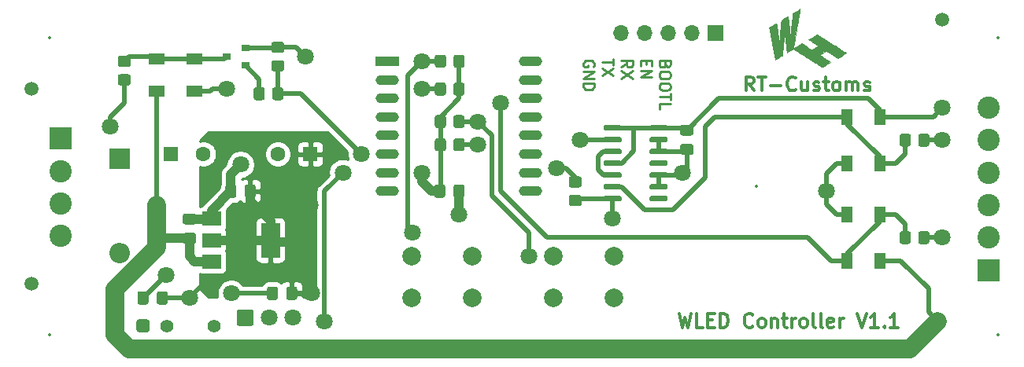
<source format=gbr>
G04 #@! TF.GenerationSoftware,KiCad,Pcbnew,5.1.10-6.fc33*
G04 #@! TF.CreationDate,2021-10-13T18:18:04+02:00*
G04 #@! TF.ProjectId,wled-controller,776c6564-2d63-46f6-9e74-726f6c6c6572,rev?*
G04 #@! TF.SameCoordinates,Original*
G04 #@! TF.FileFunction,Copper,L1,Top*
G04 #@! TF.FilePolarity,Positive*
%FSLAX46Y46*%
G04 Gerber Fmt 4.6, Leading zero omitted, Abs format (unit mm)*
G04 Created by KiCad (PCBNEW 5.1.10-6.fc33) date 2021-10-13 18:18:04*
%MOMM*%
%LPD*%
G01*
G04 APERTURE LIST*
G04 #@! TA.AperFunction,NonConductor*
%ADD10C,0.300000*%
G04 #@! TD*
G04 #@! TA.AperFunction,NonConductor*
%ADD11C,0.250000*%
G04 #@! TD*
G04 #@! TA.AperFunction,EtchedComponent*
%ADD12C,0.010000*%
G04 #@! TD*
G04 #@! TA.AperFunction,ComponentPad*
%ADD13O,2.500000X1.100000*%
G04 #@! TD*
G04 #@! TA.AperFunction,ComponentPad*
%ADD14R,2.500000X1.100000*%
G04 #@! TD*
G04 #@! TA.AperFunction,SMDPad,CuDef*
%ADD15C,1.500000*%
G04 #@! TD*
G04 #@! TA.AperFunction,ComponentPad*
%ADD16C,1.600000*%
G04 #@! TD*
G04 #@! TA.AperFunction,ComponentPad*
%ADD17R,1.600000X1.600000*%
G04 #@! TD*
G04 #@! TA.AperFunction,ComponentPad*
%ADD18R,2.200000X2.200000*%
G04 #@! TD*
G04 #@! TA.AperFunction,ComponentPad*
%ADD19O,2.200000X2.200000*%
G04 #@! TD*
G04 #@! TA.AperFunction,SMDPad,CuDef*
%ADD20R,1.300000X1.700000*%
G04 #@! TD*
G04 #@! TA.AperFunction,SMDPad,CuDef*
%ADD21R,1.700000X1.300000*%
G04 #@! TD*
G04 #@! TA.AperFunction,ComponentPad*
%ADD22R,2.400000X2.400000*%
G04 #@! TD*
G04 #@! TA.AperFunction,ComponentPad*
%ADD23C,2.400000*%
G04 #@! TD*
G04 #@! TA.AperFunction,ComponentPad*
%ADD24C,2.000000*%
G04 #@! TD*
G04 #@! TA.AperFunction,ComponentPad*
%ADD25C,1.800000*%
G04 #@! TD*
G04 #@! TA.AperFunction,ComponentPad*
%ADD26C,1.400000*%
G04 #@! TD*
G04 #@! TA.AperFunction,SMDPad,CuDef*
%ADD27R,2.000000X3.800000*%
G04 #@! TD*
G04 #@! TA.AperFunction,SMDPad,CuDef*
%ADD28R,2.000000X1.500000*%
G04 #@! TD*
G04 #@! TA.AperFunction,SMDPad,CuDef*
%ADD29R,0.900000X0.800000*%
G04 #@! TD*
G04 #@! TA.AperFunction,ComponentPad*
%ADD30R,1.700000X1.700000*%
G04 #@! TD*
G04 #@! TA.AperFunction,ComponentPad*
%ADD31O,1.700000X1.700000*%
G04 #@! TD*
G04 #@! TA.AperFunction,ViaPad*
%ADD32C,1.800000*%
G04 #@! TD*
G04 #@! TA.AperFunction,Conductor*
%ADD33C,0.500000*%
G04 #@! TD*
G04 #@! TA.AperFunction,Conductor*
%ADD34C,1.000000*%
G04 #@! TD*
G04 #@! TA.AperFunction,Conductor*
%ADD35C,2.000000*%
G04 #@! TD*
G04 #@! TA.AperFunction,Conductor*
%ADD36C,0.254000*%
G04 #@! TD*
G04 #@! TA.AperFunction,Conductor*
%ADD37C,0.350000*%
G04 #@! TD*
%ADD38C,0.350000*%
G04 APERTURE END LIST*
D10*
X149714285Y-79678571D02*
X149214285Y-78964285D01*
X148857142Y-79678571D02*
X148857142Y-78178571D01*
X149428571Y-78178571D01*
X149571428Y-78250000D01*
X149642857Y-78321428D01*
X149714285Y-78464285D01*
X149714285Y-78678571D01*
X149642857Y-78821428D01*
X149571428Y-78892857D01*
X149428571Y-78964285D01*
X148857142Y-78964285D01*
X150142857Y-78178571D02*
X151000000Y-78178571D01*
X150571428Y-79678571D02*
X150571428Y-78178571D01*
X151500000Y-79107142D02*
X152642857Y-79107142D01*
X154214285Y-79535714D02*
X154142857Y-79607142D01*
X153928571Y-79678571D01*
X153785714Y-79678571D01*
X153571428Y-79607142D01*
X153428571Y-79464285D01*
X153357142Y-79321428D01*
X153285714Y-79035714D01*
X153285714Y-78821428D01*
X153357142Y-78535714D01*
X153428571Y-78392857D01*
X153571428Y-78250000D01*
X153785714Y-78178571D01*
X153928571Y-78178571D01*
X154142857Y-78250000D01*
X154214285Y-78321428D01*
X155500000Y-78678571D02*
X155500000Y-79678571D01*
X154857142Y-78678571D02*
X154857142Y-79464285D01*
X154928571Y-79607142D01*
X155071428Y-79678571D01*
X155285714Y-79678571D01*
X155428571Y-79607142D01*
X155500000Y-79535714D01*
X156142857Y-79607142D02*
X156285714Y-79678571D01*
X156571428Y-79678571D01*
X156714285Y-79607142D01*
X156785714Y-79464285D01*
X156785714Y-79392857D01*
X156714285Y-79250000D01*
X156571428Y-79178571D01*
X156357142Y-79178571D01*
X156214285Y-79107142D01*
X156142857Y-78964285D01*
X156142857Y-78892857D01*
X156214285Y-78750000D01*
X156357142Y-78678571D01*
X156571428Y-78678571D01*
X156714285Y-78750000D01*
X157214285Y-78678571D02*
X157785714Y-78678571D01*
X157428571Y-78178571D02*
X157428571Y-79464285D01*
X157500000Y-79607142D01*
X157642857Y-79678571D01*
X157785714Y-79678571D01*
X158500000Y-79678571D02*
X158357142Y-79607142D01*
X158285714Y-79535714D01*
X158214285Y-79392857D01*
X158214285Y-78964285D01*
X158285714Y-78821428D01*
X158357142Y-78750000D01*
X158500000Y-78678571D01*
X158714285Y-78678571D01*
X158857142Y-78750000D01*
X158928571Y-78821428D01*
X159000000Y-78964285D01*
X159000000Y-79392857D01*
X158928571Y-79535714D01*
X158857142Y-79607142D01*
X158714285Y-79678571D01*
X158500000Y-79678571D01*
X159642857Y-79678571D02*
X159642857Y-78678571D01*
X159642857Y-78821428D02*
X159714285Y-78750000D01*
X159857142Y-78678571D01*
X160071428Y-78678571D01*
X160214285Y-78750000D01*
X160285714Y-78892857D01*
X160285714Y-79678571D01*
X160285714Y-78892857D02*
X160357142Y-78750000D01*
X160500000Y-78678571D01*
X160714285Y-78678571D01*
X160857142Y-78750000D01*
X160928571Y-78892857D01*
X160928571Y-79678571D01*
X161571428Y-79607142D02*
X161714285Y-79678571D01*
X162000000Y-79678571D01*
X162142857Y-79607142D01*
X162214285Y-79464285D01*
X162214285Y-79392857D01*
X162142857Y-79250000D01*
X162000000Y-79178571D01*
X161785714Y-79178571D01*
X161642857Y-79107142D01*
X161571428Y-78964285D01*
X161571428Y-78892857D01*
X161642857Y-78750000D01*
X161785714Y-78678571D01*
X162000000Y-78678571D01*
X162142857Y-78750000D01*
X141678571Y-103678571D02*
X142035714Y-105178571D01*
X142321428Y-104107142D01*
X142607142Y-105178571D01*
X142964285Y-103678571D01*
X144250000Y-105178571D02*
X143535714Y-105178571D01*
X143535714Y-103678571D01*
X144750000Y-104392857D02*
X145250000Y-104392857D01*
X145464285Y-105178571D02*
X144750000Y-105178571D01*
X144750000Y-103678571D01*
X145464285Y-103678571D01*
X146107142Y-105178571D02*
X146107142Y-103678571D01*
X146464285Y-103678571D01*
X146678571Y-103750000D01*
X146821428Y-103892857D01*
X146892857Y-104035714D01*
X146964285Y-104321428D01*
X146964285Y-104535714D01*
X146892857Y-104821428D01*
X146821428Y-104964285D01*
X146678571Y-105107142D01*
X146464285Y-105178571D01*
X146107142Y-105178571D01*
X149607142Y-105035714D02*
X149535714Y-105107142D01*
X149321428Y-105178571D01*
X149178571Y-105178571D01*
X148964285Y-105107142D01*
X148821428Y-104964285D01*
X148750000Y-104821428D01*
X148678571Y-104535714D01*
X148678571Y-104321428D01*
X148750000Y-104035714D01*
X148821428Y-103892857D01*
X148964285Y-103750000D01*
X149178571Y-103678571D01*
X149321428Y-103678571D01*
X149535714Y-103750000D01*
X149607142Y-103821428D01*
X150464285Y-105178571D02*
X150321428Y-105107142D01*
X150250000Y-105035714D01*
X150178571Y-104892857D01*
X150178571Y-104464285D01*
X150250000Y-104321428D01*
X150321428Y-104250000D01*
X150464285Y-104178571D01*
X150678571Y-104178571D01*
X150821428Y-104250000D01*
X150892857Y-104321428D01*
X150964285Y-104464285D01*
X150964285Y-104892857D01*
X150892857Y-105035714D01*
X150821428Y-105107142D01*
X150678571Y-105178571D01*
X150464285Y-105178571D01*
X151607142Y-104178571D02*
X151607142Y-105178571D01*
X151607142Y-104321428D02*
X151678571Y-104250000D01*
X151821428Y-104178571D01*
X152035714Y-104178571D01*
X152178571Y-104250000D01*
X152250000Y-104392857D01*
X152250000Y-105178571D01*
X152750000Y-104178571D02*
X153321428Y-104178571D01*
X152964285Y-103678571D02*
X152964285Y-104964285D01*
X153035714Y-105107142D01*
X153178571Y-105178571D01*
X153321428Y-105178571D01*
X153821428Y-105178571D02*
X153821428Y-104178571D01*
X153821428Y-104464285D02*
X153892857Y-104321428D01*
X153964285Y-104250000D01*
X154107142Y-104178571D01*
X154250000Y-104178571D01*
X154964285Y-105178571D02*
X154821428Y-105107142D01*
X154750000Y-105035714D01*
X154678571Y-104892857D01*
X154678571Y-104464285D01*
X154750000Y-104321428D01*
X154821428Y-104250000D01*
X154964285Y-104178571D01*
X155178571Y-104178571D01*
X155321428Y-104250000D01*
X155392857Y-104321428D01*
X155464285Y-104464285D01*
X155464285Y-104892857D01*
X155392857Y-105035714D01*
X155321428Y-105107142D01*
X155178571Y-105178571D01*
X154964285Y-105178571D01*
X156321428Y-105178571D02*
X156178571Y-105107142D01*
X156107142Y-104964285D01*
X156107142Y-103678571D01*
X157107142Y-105178571D02*
X156964285Y-105107142D01*
X156892857Y-104964285D01*
X156892857Y-103678571D01*
X158250000Y-105107142D02*
X158107142Y-105178571D01*
X157821428Y-105178571D01*
X157678571Y-105107142D01*
X157607142Y-104964285D01*
X157607142Y-104392857D01*
X157678571Y-104250000D01*
X157821428Y-104178571D01*
X158107142Y-104178571D01*
X158250000Y-104250000D01*
X158321428Y-104392857D01*
X158321428Y-104535714D01*
X157607142Y-104678571D01*
X158964285Y-105178571D02*
X158964285Y-104178571D01*
X158964285Y-104464285D02*
X159035714Y-104321428D01*
X159107142Y-104250000D01*
X159250000Y-104178571D01*
X159392857Y-104178571D01*
X160821428Y-103678571D02*
X161321428Y-105178571D01*
X161821428Y-103678571D01*
X163107142Y-105178571D02*
X162250000Y-105178571D01*
X162678571Y-105178571D02*
X162678571Y-103678571D01*
X162535714Y-103892857D01*
X162392857Y-104035714D01*
X162250000Y-104107142D01*
X163750000Y-105035714D02*
X163821428Y-105107142D01*
X163750000Y-105178571D01*
X163678571Y-105107142D01*
X163750000Y-105035714D01*
X163750000Y-105178571D01*
X165250000Y-105178571D02*
X164392857Y-105178571D01*
X164821428Y-105178571D02*
X164821428Y-103678571D01*
X164678571Y-103892857D01*
X164535714Y-104035714D01*
X164392857Y-104107142D01*
D11*
X140185714Y-76848214D02*
X140128571Y-77019642D01*
X140071428Y-77076785D01*
X139957142Y-77133928D01*
X139785714Y-77133928D01*
X139671428Y-77076785D01*
X139614285Y-77019642D01*
X139557142Y-76905357D01*
X139557142Y-76448214D01*
X140757142Y-76448214D01*
X140757142Y-76848214D01*
X140700000Y-76962500D01*
X140642857Y-77019642D01*
X140528571Y-77076785D01*
X140414285Y-77076785D01*
X140300000Y-77019642D01*
X140242857Y-76962500D01*
X140185714Y-76848214D01*
X140185714Y-76448214D01*
X140757142Y-77876785D02*
X140757142Y-78105357D01*
X140700000Y-78219642D01*
X140585714Y-78333928D01*
X140357142Y-78391071D01*
X139957142Y-78391071D01*
X139728571Y-78333928D01*
X139614285Y-78219642D01*
X139557142Y-78105357D01*
X139557142Y-77876785D01*
X139614285Y-77762500D01*
X139728571Y-77648214D01*
X139957142Y-77591071D01*
X140357142Y-77591071D01*
X140585714Y-77648214D01*
X140700000Y-77762500D01*
X140757142Y-77876785D01*
X140757142Y-79133928D02*
X140757142Y-79362500D01*
X140700000Y-79476785D01*
X140585714Y-79591071D01*
X140357142Y-79648214D01*
X139957142Y-79648214D01*
X139728571Y-79591071D01*
X139614285Y-79476785D01*
X139557142Y-79362500D01*
X139557142Y-79133928D01*
X139614285Y-79019642D01*
X139728571Y-78905357D01*
X139957142Y-78848214D01*
X140357142Y-78848214D01*
X140585714Y-78905357D01*
X140700000Y-79019642D01*
X140757142Y-79133928D01*
X140757142Y-79991071D02*
X140757142Y-80676785D01*
X139557142Y-80333928D02*
X140757142Y-80333928D01*
X139557142Y-81648214D02*
X139557142Y-81076785D01*
X140757142Y-81076785D01*
X138135714Y-76448214D02*
X138135714Y-76848214D01*
X137507142Y-77019642D02*
X137507142Y-76448214D01*
X138707142Y-76448214D01*
X138707142Y-77019642D01*
X137507142Y-77533928D02*
X138707142Y-77533928D01*
X137507142Y-78219642D01*
X138707142Y-78219642D01*
X135457142Y-77133928D02*
X136028571Y-76733928D01*
X135457142Y-76448214D02*
X136657142Y-76448214D01*
X136657142Y-76905357D01*
X136600000Y-77019642D01*
X136542857Y-77076785D01*
X136428571Y-77133928D01*
X136257142Y-77133928D01*
X136142857Y-77076785D01*
X136085714Y-77019642D01*
X136028571Y-76905357D01*
X136028571Y-76448214D01*
X136657142Y-77533928D02*
X135457142Y-78333928D01*
X136657142Y-78333928D02*
X135457142Y-77533928D01*
X134607142Y-76276785D02*
X134607142Y-76962500D01*
X133407142Y-76619642D02*
X134607142Y-76619642D01*
X134607142Y-77248214D02*
X133407142Y-78048214D01*
X134607142Y-78048214D02*
X133407142Y-77248214D01*
X132500000Y-77076785D02*
X132557142Y-76962500D01*
X132557142Y-76791071D01*
X132500000Y-76619642D01*
X132385714Y-76505357D01*
X132271428Y-76448214D01*
X132042857Y-76391071D01*
X131871428Y-76391071D01*
X131642857Y-76448214D01*
X131528571Y-76505357D01*
X131414285Y-76619642D01*
X131357142Y-76791071D01*
X131357142Y-76905357D01*
X131414285Y-77076785D01*
X131471428Y-77133928D01*
X131871428Y-77133928D01*
X131871428Y-76905357D01*
X131357142Y-77648214D02*
X132557142Y-77648214D01*
X131357142Y-78333928D01*
X132557142Y-78333928D01*
X131357142Y-78905357D02*
X132557142Y-78905357D01*
X132557142Y-79191071D01*
X132500000Y-79362500D01*
X132385714Y-79476785D01*
X132271428Y-79533928D01*
X132042857Y-79591071D01*
X131871428Y-79591071D01*
X131642857Y-79533928D01*
X131528571Y-79476785D01*
X131414285Y-79362500D01*
X131357142Y-79191071D01*
X131357142Y-78905357D01*
D12*
G04 #@! TO.C,G\u002A\u002A\u002A*
G36*
X154674572Y-70878567D02*
G01*
X154670805Y-70902262D01*
X154664660Y-70939942D01*
X154656363Y-70990253D01*
X154646139Y-71051840D01*
X154634212Y-71123346D01*
X154620810Y-71203419D01*
X154606156Y-71290702D01*
X154590476Y-71383841D01*
X154580485Y-71443067D01*
X154558791Y-71571569D01*
X154536417Y-71704125D01*
X154513228Y-71841534D01*
X154489089Y-71984593D01*
X154463866Y-72134100D01*
X154437424Y-72290854D01*
X154409629Y-72455651D01*
X154380347Y-72629291D01*
X154349442Y-72812570D01*
X154316779Y-73006287D01*
X154282226Y-73211239D01*
X154245647Y-73428226D01*
X154206907Y-73658043D01*
X154165871Y-73901490D01*
X154122407Y-74159364D01*
X154076378Y-74432464D01*
X154035334Y-74675991D01*
X154020897Y-74761991D01*
X154007431Y-74842856D01*
X153995181Y-74917072D01*
X153984393Y-74983119D01*
X153975311Y-75039483D01*
X153968181Y-75084645D01*
X153963248Y-75117089D01*
X153960757Y-75135298D01*
X153960547Y-75138774D01*
X153968088Y-75135012D01*
X153988894Y-75123246D01*
X154021722Y-75104208D01*
X154065333Y-75078632D01*
X154118484Y-75047250D01*
X154179936Y-75010795D01*
X154248447Y-74970001D01*
X154322775Y-74925600D01*
X154401681Y-74878326D01*
X154414553Y-74870602D01*
X154865806Y-74599739D01*
X155375519Y-74923743D01*
X155460035Y-74977466D01*
X155540687Y-75028733D01*
X155616287Y-75076787D01*
X155685646Y-75120875D01*
X155747576Y-75160239D01*
X155800889Y-75194126D01*
X155844395Y-75221779D01*
X155876908Y-75242443D01*
X155897237Y-75255363D01*
X155903852Y-75259565D01*
X155908788Y-75261796D01*
X155915286Y-75262245D01*
X155924586Y-75260245D01*
X155937923Y-75255127D01*
X155956534Y-75246225D01*
X155981658Y-75232869D01*
X156014530Y-75214392D01*
X156056389Y-75190126D01*
X156108471Y-75159402D01*
X156172013Y-75121553D01*
X156248253Y-75075911D01*
X156286969Y-75052690D01*
X156358218Y-75009859D01*
X156424861Y-74969637D01*
X156485525Y-74932865D01*
X156538834Y-74900384D01*
X156583416Y-74873032D01*
X156617896Y-74851652D01*
X156640901Y-74837083D01*
X156651055Y-74830167D01*
X156651429Y-74829748D01*
X156644460Y-74824627D01*
X156624312Y-74811153D01*
X156592101Y-74790045D01*
X156548944Y-74762023D01*
X156495959Y-74727808D01*
X156434263Y-74688119D01*
X156364974Y-74643677D01*
X156289207Y-74595202D01*
X156208081Y-74543413D01*
X156126700Y-74491568D01*
X156041576Y-74437359D01*
X155960788Y-74385848D01*
X155885449Y-74337746D01*
X155816668Y-74293767D01*
X155755557Y-74254623D01*
X155703228Y-74221026D01*
X155660791Y-74193689D01*
X155629357Y-74173324D01*
X155610038Y-74160644D01*
X155603921Y-74156362D01*
X155611320Y-74151904D01*
X155632007Y-74139479D01*
X155664747Y-74119828D01*
X155708306Y-74093694D01*
X155761447Y-74061815D01*
X155822936Y-74024934D01*
X155891539Y-73983791D01*
X155966019Y-73939127D01*
X156045141Y-73891683D01*
X156060846Y-73882267D01*
X156156534Y-73825095D01*
X156242761Y-73773986D01*
X156318860Y-73729321D01*
X156384166Y-73691483D01*
X156438014Y-73660850D01*
X156479737Y-73637805D01*
X156508671Y-73622728D01*
X156524150Y-73616000D01*
X156526512Y-73615774D01*
X156535116Y-73621181D01*
X156557146Y-73635136D01*
X156591809Y-73657132D01*
X156638313Y-73686668D01*
X156695866Y-73723237D01*
X156763676Y-73766337D01*
X156840951Y-73815463D01*
X156926898Y-73870112D01*
X157020725Y-73929778D01*
X157121640Y-73993958D01*
X157228852Y-74062149D01*
X157341567Y-74133845D01*
X157458994Y-74208544D01*
X157580340Y-74285740D01*
X157704813Y-74364929D01*
X157831622Y-74445609D01*
X157959973Y-74527274D01*
X158089075Y-74609420D01*
X158218135Y-74691544D01*
X158346362Y-74773141D01*
X158472963Y-74853708D01*
X158597146Y-74932740D01*
X158718119Y-75009733D01*
X158835089Y-75084183D01*
X158947265Y-75155586D01*
X159053854Y-75223438D01*
X159154065Y-75287235D01*
X159247104Y-75346473D01*
X159332180Y-75400648D01*
X159408500Y-75449255D01*
X159475273Y-75491791D01*
X159531706Y-75527752D01*
X159577007Y-75556633D01*
X159610385Y-75577930D01*
X159631045Y-75591140D01*
X159638194Y-75595755D01*
X159631529Y-75600309D01*
X159611549Y-75612820D01*
X159579469Y-75632550D01*
X159536506Y-75658762D01*
X159483875Y-75690718D01*
X159422792Y-75727681D01*
X159354471Y-75768912D01*
X159280130Y-75813673D01*
X159200982Y-75861228D01*
X159181243Y-75873073D01*
X158722066Y-76148547D01*
X158696416Y-76129486D01*
X158685400Y-76122056D01*
X158661210Y-76106271D01*
X158624969Y-76082852D01*
X158577801Y-76052516D01*
X158520829Y-76015984D01*
X158455176Y-75973975D01*
X158381967Y-75927207D01*
X158302323Y-75876399D01*
X158217369Y-75822272D01*
X158128227Y-75765544D01*
X158088226Y-75740110D01*
X157505685Y-75369794D01*
X157141815Y-75587931D01*
X157070678Y-75630739D01*
X157004232Y-75671038D01*
X156943843Y-75707979D01*
X156890878Y-75740708D01*
X156846702Y-75768378D01*
X156812681Y-75790135D01*
X156790182Y-75805131D01*
X156780571Y-75812514D01*
X156780322Y-75813034D01*
X156787529Y-75818240D01*
X156807780Y-75831742D01*
X156839834Y-75852745D01*
X156882452Y-75880455D01*
X156934392Y-75914075D01*
X156994413Y-75952811D01*
X157061275Y-75995866D01*
X157133736Y-76042447D01*
X157210555Y-76091757D01*
X157290492Y-76143001D01*
X157372306Y-76195384D01*
X157454757Y-76248111D01*
X157536602Y-76300386D01*
X157616601Y-76351415D01*
X157693514Y-76400401D01*
X157766100Y-76446550D01*
X157833117Y-76489065D01*
X157893325Y-76527153D01*
X157945483Y-76560018D01*
X157961967Y-76570365D01*
X157989767Y-76587794D01*
X157547773Y-76853880D01*
X157468568Y-76901545D01*
X157393343Y-76946782D01*
X157323408Y-76988805D01*
X157260074Y-77026828D01*
X157204650Y-77060065D01*
X157158448Y-77087730D01*
X157122779Y-77109038D01*
X157098952Y-77123202D01*
X157088278Y-77129436D01*
X157088172Y-77129494D01*
X157082723Y-77130898D01*
X157074565Y-77129759D01*
X157062464Y-77125363D01*
X157045187Y-77116999D01*
X157021501Y-77103951D01*
X156990173Y-77085509D01*
X156949970Y-77060957D01*
X156899658Y-77029584D01*
X156838005Y-76990675D01*
X156763777Y-76943519D01*
X156736133Y-76925911D01*
X156691368Y-76897392D01*
X156633353Y-76860444D01*
X156563125Y-76815725D01*
X156481720Y-76763895D01*
X156390177Y-76705616D01*
X156289532Y-76641547D01*
X156180821Y-76572348D01*
X156065081Y-76498678D01*
X155943350Y-76421198D01*
X155816664Y-76340568D01*
X155686060Y-76257448D01*
X155552575Y-76172498D01*
X155417245Y-76086378D01*
X155281109Y-75999747D01*
X155199433Y-75947775D01*
X155069148Y-75864864D01*
X154942547Y-75784283D01*
X154820384Y-75706512D01*
X154703415Y-75632033D01*
X154592394Y-75561327D01*
X154488077Y-75494876D01*
X154391220Y-75433161D01*
X154302576Y-75376662D01*
X154222903Y-75325862D01*
X154152953Y-75281242D01*
X154093484Y-75243283D01*
X154045249Y-75212466D01*
X154009005Y-75189274D01*
X153985506Y-75174186D01*
X153975507Y-75167684D01*
X153975393Y-75167605D01*
X153953619Y-75152463D01*
X153617352Y-75355013D01*
X153538059Y-75402514D01*
X153467667Y-75444156D01*
X153407032Y-75479453D01*
X153357012Y-75507919D01*
X153318466Y-75529068D01*
X153292251Y-75542415D01*
X153279226Y-75547475D01*
X153277915Y-75547131D01*
X153276578Y-75537760D01*
X153273381Y-75512832D01*
X153268476Y-75473604D01*
X153262015Y-75421333D01*
X153254149Y-75357276D01*
X153245030Y-75282688D01*
X153234811Y-75198828D01*
X153223641Y-75106951D01*
X153211675Y-75008315D01*
X153199062Y-74904176D01*
X153185955Y-74795791D01*
X153172505Y-74684416D01*
X153158865Y-74571309D01*
X153145186Y-74457726D01*
X153131619Y-74344924D01*
X153118317Y-74234159D01*
X153105431Y-74126689D01*
X153093112Y-74023769D01*
X153081514Y-73926658D01*
X153070786Y-73836611D01*
X153061082Y-73754885D01*
X153052552Y-73682737D01*
X153045349Y-73621424D01*
X153043089Y-73602067D01*
X153037074Y-73553517D01*
X153031094Y-73510715D01*
X153025607Y-73476544D01*
X153021068Y-73453890D01*
X153018313Y-73445857D01*
X153012502Y-73445899D01*
X153010800Y-73457062D01*
X153009959Y-73467687D01*
X153007514Y-73493984D01*
X153003585Y-73534780D01*
X152998290Y-73588903D01*
X152991748Y-73655179D01*
X152984078Y-73732436D01*
X152975398Y-73819499D01*
X152965827Y-73915197D01*
X152955484Y-74018356D01*
X152944488Y-74127802D01*
X152932957Y-74242364D01*
X152921010Y-74360868D01*
X152908765Y-74482140D01*
X152896343Y-74605008D01*
X152883860Y-74728299D01*
X152871437Y-74850839D01*
X152859191Y-74971456D01*
X152847242Y-75088977D01*
X152835708Y-75202227D01*
X152824708Y-75310036D01*
X152814361Y-75411228D01*
X152804785Y-75504632D01*
X152796099Y-75589074D01*
X152788422Y-75663381D01*
X152781873Y-75726381D01*
X152776570Y-75776899D01*
X152772632Y-75813763D01*
X152770178Y-75835800D01*
X152769446Y-75841554D01*
X152767627Y-75847788D01*
X152763416Y-75854629D01*
X152755639Y-75862856D01*
X152743121Y-75873242D01*
X152724686Y-75886565D01*
X152699160Y-75903600D01*
X152665368Y-75925123D01*
X152622135Y-75951911D01*
X152568286Y-75984739D01*
X152502647Y-76024384D01*
X152424043Y-76071621D01*
X152392602Y-76090481D01*
X152320494Y-76133621D01*
X152252864Y-76173891D01*
X152191079Y-76210489D01*
X152136510Y-76242613D01*
X152090526Y-76269461D01*
X152054495Y-76290231D01*
X152029788Y-76304120D01*
X152017773Y-76310328D01*
X152016831Y-76310560D01*
X152015002Y-76302030D01*
X152010225Y-76277630D01*
X152002647Y-76238139D01*
X151992413Y-76184335D01*
X151979669Y-76116997D01*
X151964563Y-76036904D01*
X151947238Y-75944834D01*
X151927843Y-75841566D01*
X151906522Y-75727878D01*
X151883422Y-75604549D01*
X151858689Y-75472358D01*
X151832469Y-75332082D01*
X151804908Y-75184502D01*
X151776152Y-75030394D01*
X151746346Y-74870539D01*
X151715638Y-74705714D01*
X151694590Y-74592667D01*
X151663339Y-74424801D01*
X151632892Y-74261301D01*
X151603396Y-74102952D01*
X151574997Y-73950537D01*
X151547842Y-73804842D01*
X151522077Y-73666649D01*
X151497848Y-73536743D01*
X151475302Y-73415909D01*
X151454584Y-73304930D01*
X151435843Y-73204591D01*
X151419223Y-73115676D01*
X151404871Y-73038969D01*
X151392934Y-72975254D01*
X151383558Y-72925315D01*
X151376889Y-72889937D01*
X151373074Y-72869904D01*
X151372190Y-72865467D01*
X151376576Y-72859293D01*
X151391812Y-72847221D01*
X151418446Y-72828903D01*
X151457024Y-72803995D01*
X151508094Y-72772150D01*
X151572203Y-72733023D01*
X151649898Y-72686268D01*
X151741727Y-72631538D01*
X151750850Y-72626123D01*
X151823990Y-72582835D01*
X151892681Y-72542404D01*
X151955562Y-72505615D01*
X152011270Y-72473256D01*
X152058446Y-72446111D01*
X152095727Y-72424966D01*
X152121753Y-72410607D01*
X152135162Y-72403820D01*
X152136698Y-72403409D01*
X152138402Y-72412208D01*
X152142279Y-72436811D01*
X152148193Y-72476250D01*
X152156005Y-72529555D01*
X152165581Y-72595756D01*
X152176783Y-72673883D01*
X152189475Y-72762966D01*
X152203519Y-72862035D01*
X152218781Y-72970121D01*
X152235121Y-73086254D01*
X152252406Y-73209464D01*
X152270496Y-73338782D01*
X152289257Y-73473237D01*
X152308551Y-73611859D01*
X152328241Y-73753679D01*
X152348192Y-73897728D01*
X152368266Y-74043034D01*
X152388327Y-74188629D01*
X152393825Y-74228600D01*
X152403759Y-74300031D01*
X152413174Y-74366163D01*
X152421786Y-74425125D01*
X152429313Y-74475043D01*
X152435472Y-74514044D01*
X152439978Y-74540256D01*
X152442550Y-74551805D01*
X152442730Y-74552135D01*
X152444087Y-74544573D01*
X152446853Y-74521081D01*
X152450940Y-74482597D01*
X152456259Y-74430056D01*
X152462720Y-74364397D01*
X152470236Y-74286555D01*
X152478718Y-74197469D01*
X152488076Y-74098075D01*
X152498223Y-73989310D01*
X152509069Y-73872111D01*
X152520525Y-73747416D01*
X152532504Y-73616160D01*
X152544915Y-73479282D01*
X152556580Y-73349868D01*
X152569355Y-73207835D01*
X152581767Y-73070046D01*
X152593727Y-72937484D01*
X152605146Y-72811129D01*
X152615934Y-72691962D01*
X152626002Y-72580966D01*
X152635261Y-72479121D01*
X152643620Y-72387408D01*
X152650992Y-72306809D01*
X152657287Y-72238306D01*
X152662415Y-72182878D01*
X152666287Y-72141509D01*
X152668814Y-72115178D01*
X152669845Y-72105303D01*
X152674512Y-72069040D01*
X153026551Y-71857822D01*
X153096630Y-71815962D01*
X153162281Y-71777110D01*
X153222087Y-71742078D01*
X153274627Y-71711680D01*
X153318484Y-71686730D01*
X153352239Y-71668042D01*
X153374473Y-71656430D01*
X153383768Y-71652708D01*
X153383919Y-71652785D01*
X153385487Y-71661816D01*
X153388765Y-71686670D01*
X153393638Y-71726338D01*
X153399992Y-71779808D01*
X153407711Y-71846069D01*
X153416681Y-71924111D01*
X153426786Y-72012923D01*
X153437912Y-72111494D01*
X153449943Y-72218813D01*
X153462765Y-72333870D01*
X153476262Y-72455654D01*
X153490320Y-72583153D01*
X153504823Y-72715357D01*
X153505499Y-72721533D01*
X153523177Y-72883114D01*
X153539107Y-73028686D01*
X153553383Y-73159076D01*
X153566100Y-73275108D01*
X153577350Y-73377608D01*
X153587229Y-73467400D01*
X153595830Y-73545311D01*
X153603248Y-73612164D01*
X153609576Y-73668786D01*
X153614909Y-73716001D01*
X153619340Y-73754634D01*
X153622965Y-73785511D01*
X153625875Y-73809456D01*
X153628167Y-73827295D01*
X153629933Y-73839852D01*
X153631269Y-73847954D01*
X153632267Y-73852425D01*
X153633023Y-73854090D01*
X153633629Y-73853774D01*
X153634181Y-73852302D01*
X153634347Y-73851770D01*
X153635559Y-73842523D01*
X153638511Y-73817384D01*
X153643099Y-73777292D01*
X153649218Y-73723186D01*
X153656764Y-73656008D01*
X153665631Y-73576696D01*
X153675716Y-73486190D01*
X153686914Y-73385431D01*
X153699119Y-73275358D01*
X153712229Y-73156911D01*
X153726137Y-73031029D01*
X153740740Y-72898654D01*
X153755933Y-72760723D01*
X153771611Y-72618179D01*
X153772349Y-72611467D01*
X153788103Y-72468323D01*
X153803427Y-72329498D01*
X153818212Y-72195955D01*
X153832350Y-72068655D01*
X153845733Y-71948557D01*
X153858252Y-71836624D01*
X153869800Y-71733817D01*
X153880267Y-71641096D01*
X153889547Y-71559422D01*
X153897530Y-71489758D01*
X153904109Y-71433063D01*
X153909174Y-71390300D01*
X153912619Y-71362428D01*
X153914335Y-71350409D01*
X153914351Y-71350338D01*
X153916379Y-71343509D01*
X153920064Y-71336583D01*
X153926591Y-71328771D01*
X153937142Y-71319285D01*
X153952902Y-71307337D01*
X153975055Y-71292138D01*
X154004784Y-71272899D01*
X154043274Y-71248832D01*
X154091708Y-71219149D01*
X154151270Y-71183060D01*
X154223145Y-71139778D01*
X154297733Y-71094984D01*
X154370194Y-71051534D01*
X154438121Y-71010878D01*
X154500161Y-70973822D01*
X154554960Y-70941169D01*
X154601164Y-70913726D01*
X154637419Y-70892298D01*
X154662371Y-70877688D01*
X154674666Y-70870703D01*
X154675737Y-70870213D01*
X154674572Y-70878567D01*
G37*
X154674572Y-70878567D02*
X154670805Y-70902262D01*
X154664660Y-70939942D01*
X154656363Y-70990253D01*
X154646139Y-71051840D01*
X154634212Y-71123346D01*
X154620810Y-71203419D01*
X154606156Y-71290702D01*
X154590476Y-71383841D01*
X154580485Y-71443067D01*
X154558791Y-71571569D01*
X154536417Y-71704125D01*
X154513228Y-71841534D01*
X154489089Y-71984593D01*
X154463866Y-72134100D01*
X154437424Y-72290854D01*
X154409629Y-72455651D01*
X154380347Y-72629291D01*
X154349442Y-72812570D01*
X154316779Y-73006287D01*
X154282226Y-73211239D01*
X154245647Y-73428226D01*
X154206907Y-73658043D01*
X154165871Y-73901490D01*
X154122407Y-74159364D01*
X154076378Y-74432464D01*
X154035334Y-74675991D01*
X154020897Y-74761991D01*
X154007431Y-74842856D01*
X153995181Y-74917072D01*
X153984393Y-74983119D01*
X153975311Y-75039483D01*
X153968181Y-75084645D01*
X153963248Y-75117089D01*
X153960757Y-75135298D01*
X153960547Y-75138774D01*
X153968088Y-75135012D01*
X153988894Y-75123246D01*
X154021722Y-75104208D01*
X154065333Y-75078632D01*
X154118484Y-75047250D01*
X154179936Y-75010795D01*
X154248447Y-74970001D01*
X154322775Y-74925600D01*
X154401681Y-74878326D01*
X154414553Y-74870602D01*
X154865806Y-74599739D01*
X155375519Y-74923743D01*
X155460035Y-74977466D01*
X155540687Y-75028733D01*
X155616287Y-75076787D01*
X155685646Y-75120875D01*
X155747576Y-75160239D01*
X155800889Y-75194126D01*
X155844395Y-75221779D01*
X155876908Y-75242443D01*
X155897237Y-75255363D01*
X155903852Y-75259565D01*
X155908788Y-75261796D01*
X155915286Y-75262245D01*
X155924586Y-75260245D01*
X155937923Y-75255127D01*
X155956534Y-75246225D01*
X155981658Y-75232869D01*
X156014530Y-75214392D01*
X156056389Y-75190126D01*
X156108471Y-75159402D01*
X156172013Y-75121553D01*
X156248253Y-75075911D01*
X156286969Y-75052690D01*
X156358218Y-75009859D01*
X156424861Y-74969637D01*
X156485525Y-74932865D01*
X156538834Y-74900384D01*
X156583416Y-74873032D01*
X156617896Y-74851652D01*
X156640901Y-74837083D01*
X156651055Y-74830167D01*
X156651429Y-74829748D01*
X156644460Y-74824627D01*
X156624312Y-74811153D01*
X156592101Y-74790045D01*
X156548944Y-74762023D01*
X156495959Y-74727808D01*
X156434263Y-74688119D01*
X156364974Y-74643677D01*
X156289207Y-74595202D01*
X156208081Y-74543413D01*
X156126700Y-74491568D01*
X156041576Y-74437359D01*
X155960788Y-74385848D01*
X155885449Y-74337746D01*
X155816668Y-74293767D01*
X155755557Y-74254623D01*
X155703228Y-74221026D01*
X155660791Y-74193689D01*
X155629357Y-74173324D01*
X155610038Y-74160644D01*
X155603921Y-74156362D01*
X155611320Y-74151904D01*
X155632007Y-74139479D01*
X155664747Y-74119828D01*
X155708306Y-74093694D01*
X155761447Y-74061815D01*
X155822936Y-74024934D01*
X155891539Y-73983791D01*
X155966019Y-73939127D01*
X156045141Y-73891683D01*
X156060846Y-73882267D01*
X156156534Y-73825095D01*
X156242761Y-73773986D01*
X156318860Y-73729321D01*
X156384166Y-73691483D01*
X156438014Y-73660850D01*
X156479737Y-73637805D01*
X156508671Y-73622728D01*
X156524150Y-73616000D01*
X156526512Y-73615774D01*
X156535116Y-73621181D01*
X156557146Y-73635136D01*
X156591809Y-73657132D01*
X156638313Y-73686668D01*
X156695866Y-73723237D01*
X156763676Y-73766337D01*
X156840951Y-73815463D01*
X156926898Y-73870112D01*
X157020725Y-73929778D01*
X157121640Y-73993958D01*
X157228852Y-74062149D01*
X157341567Y-74133845D01*
X157458994Y-74208544D01*
X157580340Y-74285740D01*
X157704813Y-74364929D01*
X157831622Y-74445609D01*
X157959973Y-74527274D01*
X158089075Y-74609420D01*
X158218135Y-74691544D01*
X158346362Y-74773141D01*
X158472963Y-74853708D01*
X158597146Y-74932740D01*
X158718119Y-75009733D01*
X158835089Y-75084183D01*
X158947265Y-75155586D01*
X159053854Y-75223438D01*
X159154065Y-75287235D01*
X159247104Y-75346473D01*
X159332180Y-75400648D01*
X159408500Y-75449255D01*
X159475273Y-75491791D01*
X159531706Y-75527752D01*
X159577007Y-75556633D01*
X159610385Y-75577930D01*
X159631045Y-75591140D01*
X159638194Y-75595755D01*
X159631529Y-75600309D01*
X159611549Y-75612820D01*
X159579469Y-75632550D01*
X159536506Y-75658762D01*
X159483875Y-75690718D01*
X159422792Y-75727681D01*
X159354471Y-75768912D01*
X159280130Y-75813673D01*
X159200982Y-75861228D01*
X159181243Y-75873073D01*
X158722066Y-76148547D01*
X158696416Y-76129486D01*
X158685400Y-76122056D01*
X158661210Y-76106271D01*
X158624969Y-76082852D01*
X158577801Y-76052516D01*
X158520829Y-76015984D01*
X158455176Y-75973975D01*
X158381967Y-75927207D01*
X158302323Y-75876399D01*
X158217369Y-75822272D01*
X158128227Y-75765544D01*
X158088226Y-75740110D01*
X157505685Y-75369794D01*
X157141815Y-75587931D01*
X157070678Y-75630739D01*
X157004232Y-75671038D01*
X156943843Y-75707979D01*
X156890878Y-75740708D01*
X156846702Y-75768378D01*
X156812681Y-75790135D01*
X156790182Y-75805131D01*
X156780571Y-75812514D01*
X156780322Y-75813034D01*
X156787529Y-75818240D01*
X156807780Y-75831742D01*
X156839834Y-75852745D01*
X156882452Y-75880455D01*
X156934392Y-75914075D01*
X156994413Y-75952811D01*
X157061275Y-75995866D01*
X157133736Y-76042447D01*
X157210555Y-76091757D01*
X157290492Y-76143001D01*
X157372306Y-76195384D01*
X157454757Y-76248111D01*
X157536602Y-76300386D01*
X157616601Y-76351415D01*
X157693514Y-76400401D01*
X157766100Y-76446550D01*
X157833117Y-76489065D01*
X157893325Y-76527153D01*
X157945483Y-76560018D01*
X157961967Y-76570365D01*
X157989767Y-76587794D01*
X157547773Y-76853880D01*
X157468568Y-76901545D01*
X157393343Y-76946782D01*
X157323408Y-76988805D01*
X157260074Y-77026828D01*
X157204650Y-77060065D01*
X157158448Y-77087730D01*
X157122779Y-77109038D01*
X157098952Y-77123202D01*
X157088278Y-77129436D01*
X157088172Y-77129494D01*
X157082723Y-77130898D01*
X157074565Y-77129759D01*
X157062464Y-77125363D01*
X157045187Y-77116999D01*
X157021501Y-77103951D01*
X156990173Y-77085509D01*
X156949970Y-77060957D01*
X156899658Y-77029584D01*
X156838005Y-76990675D01*
X156763777Y-76943519D01*
X156736133Y-76925911D01*
X156691368Y-76897392D01*
X156633353Y-76860444D01*
X156563125Y-76815725D01*
X156481720Y-76763895D01*
X156390177Y-76705616D01*
X156289532Y-76641547D01*
X156180821Y-76572348D01*
X156065081Y-76498678D01*
X155943350Y-76421198D01*
X155816664Y-76340568D01*
X155686060Y-76257448D01*
X155552575Y-76172498D01*
X155417245Y-76086378D01*
X155281109Y-75999747D01*
X155199433Y-75947775D01*
X155069148Y-75864864D01*
X154942547Y-75784283D01*
X154820384Y-75706512D01*
X154703415Y-75632033D01*
X154592394Y-75561327D01*
X154488077Y-75494876D01*
X154391220Y-75433161D01*
X154302576Y-75376662D01*
X154222903Y-75325862D01*
X154152953Y-75281242D01*
X154093484Y-75243283D01*
X154045249Y-75212466D01*
X154009005Y-75189274D01*
X153985506Y-75174186D01*
X153975507Y-75167684D01*
X153975393Y-75167605D01*
X153953619Y-75152463D01*
X153617352Y-75355013D01*
X153538059Y-75402514D01*
X153467667Y-75444156D01*
X153407032Y-75479453D01*
X153357012Y-75507919D01*
X153318466Y-75529068D01*
X153292251Y-75542415D01*
X153279226Y-75547475D01*
X153277915Y-75547131D01*
X153276578Y-75537760D01*
X153273381Y-75512832D01*
X153268476Y-75473604D01*
X153262015Y-75421333D01*
X153254149Y-75357276D01*
X153245030Y-75282688D01*
X153234811Y-75198828D01*
X153223641Y-75106951D01*
X153211675Y-75008315D01*
X153199062Y-74904176D01*
X153185955Y-74795791D01*
X153172505Y-74684416D01*
X153158865Y-74571309D01*
X153145186Y-74457726D01*
X153131619Y-74344924D01*
X153118317Y-74234159D01*
X153105431Y-74126689D01*
X153093112Y-74023769D01*
X153081514Y-73926658D01*
X153070786Y-73836611D01*
X153061082Y-73754885D01*
X153052552Y-73682737D01*
X153045349Y-73621424D01*
X153043089Y-73602067D01*
X153037074Y-73553517D01*
X153031094Y-73510715D01*
X153025607Y-73476544D01*
X153021068Y-73453890D01*
X153018313Y-73445857D01*
X153012502Y-73445899D01*
X153010800Y-73457062D01*
X153009959Y-73467687D01*
X153007514Y-73493984D01*
X153003585Y-73534780D01*
X152998290Y-73588903D01*
X152991748Y-73655179D01*
X152984078Y-73732436D01*
X152975398Y-73819499D01*
X152965827Y-73915197D01*
X152955484Y-74018356D01*
X152944488Y-74127802D01*
X152932957Y-74242364D01*
X152921010Y-74360868D01*
X152908765Y-74482140D01*
X152896343Y-74605008D01*
X152883860Y-74728299D01*
X152871437Y-74850839D01*
X152859191Y-74971456D01*
X152847242Y-75088977D01*
X152835708Y-75202227D01*
X152824708Y-75310036D01*
X152814361Y-75411228D01*
X152804785Y-75504632D01*
X152796099Y-75589074D01*
X152788422Y-75663381D01*
X152781873Y-75726381D01*
X152776570Y-75776899D01*
X152772632Y-75813763D01*
X152770178Y-75835800D01*
X152769446Y-75841554D01*
X152767627Y-75847788D01*
X152763416Y-75854629D01*
X152755639Y-75862856D01*
X152743121Y-75873242D01*
X152724686Y-75886565D01*
X152699160Y-75903600D01*
X152665368Y-75925123D01*
X152622135Y-75951911D01*
X152568286Y-75984739D01*
X152502647Y-76024384D01*
X152424043Y-76071621D01*
X152392602Y-76090481D01*
X152320494Y-76133621D01*
X152252864Y-76173891D01*
X152191079Y-76210489D01*
X152136510Y-76242613D01*
X152090526Y-76269461D01*
X152054495Y-76290231D01*
X152029788Y-76304120D01*
X152017773Y-76310328D01*
X152016831Y-76310560D01*
X152015002Y-76302030D01*
X152010225Y-76277630D01*
X152002647Y-76238139D01*
X151992413Y-76184335D01*
X151979669Y-76116997D01*
X151964563Y-76036904D01*
X151947238Y-75944834D01*
X151927843Y-75841566D01*
X151906522Y-75727878D01*
X151883422Y-75604549D01*
X151858689Y-75472358D01*
X151832469Y-75332082D01*
X151804908Y-75184502D01*
X151776152Y-75030394D01*
X151746346Y-74870539D01*
X151715638Y-74705714D01*
X151694590Y-74592667D01*
X151663339Y-74424801D01*
X151632892Y-74261301D01*
X151603396Y-74102952D01*
X151574997Y-73950537D01*
X151547842Y-73804842D01*
X151522077Y-73666649D01*
X151497848Y-73536743D01*
X151475302Y-73415909D01*
X151454584Y-73304930D01*
X151435843Y-73204591D01*
X151419223Y-73115676D01*
X151404871Y-73038969D01*
X151392934Y-72975254D01*
X151383558Y-72925315D01*
X151376889Y-72889937D01*
X151373074Y-72869904D01*
X151372190Y-72865467D01*
X151376576Y-72859293D01*
X151391812Y-72847221D01*
X151418446Y-72828903D01*
X151457024Y-72803995D01*
X151508094Y-72772150D01*
X151572203Y-72733023D01*
X151649898Y-72686268D01*
X151741727Y-72631538D01*
X151750850Y-72626123D01*
X151823990Y-72582835D01*
X151892681Y-72542404D01*
X151955562Y-72505615D01*
X152011270Y-72473256D01*
X152058446Y-72446111D01*
X152095727Y-72424966D01*
X152121753Y-72410607D01*
X152135162Y-72403820D01*
X152136698Y-72403409D01*
X152138402Y-72412208D01*
X152142279Y-72436811D01*
X152148193Y-72476250D01*
X152156005Y-72529555D01*
X152165581Y-72595756D01*
X152176783Y-72673883D01*
X152189475Y-72762966D01*
X152203519Y-72862035D01*
X152218781Y-72970121D01*
X152235121Y-73086254D01*
X152252406Y-73209464D01*
X152270496Y-73338782D01*
X152289257Y-73473237D01*
X152308551Y-73611859D01*
X152328241Y-73753679D01*
X152348192Y-73897728D01*
X152368266Y-74043034D01*
X152388327Y-74188629D01*
X152393825Y-74228600D01*
X152403759Y-74300031D01*
X152413174Y-74366163D01*
X152421786Y-74425125D01*
X152429313Y-74475043D01*
X152435472Y-74514044D01*
X152439978Y-74540256D01*
X152442550Y-74551805D01*
X152442730Y-74552135D01*
X152444087Y-74544573D01*
X152446853Y-74521081D01*
X152450940Y-74482597D01*
X152456259Y-74430056D01*
X152462720Y-74364397D01*
X152470236Y-74286555D01*
X152478718Y-74197469D01*
X152488076Y-74098075D01*
X152498223Y-73989310D01*
X152509069Y-73872111D01*
X152520525Y-73747416D01*
X152532504Y-73616160D01*
X152544915Y-73479282D01*
X152556580Y-73349868D01*
X152569355Y-73207835D01*
X152581767Y-73070046D01*
X152593727Y-72937484D01*
X152605146Y-72811129D01*
X152615934Y-72691962D01*
X152626002Y-72580966D01*
X152635261Y-72479121D01*
X152643620Y-72387408D01*
X152650992Y-72306809D01*
X152657287Y-72238306D01*
X152662415Y-72182878D01*
X152666287Y-72141509D01*
X152668814Y-72115178D01*
X152669845Y-72105303D01*
X152674512Y-72069040D01*
X153026551Y-71857822D01*
X153096630Y-71815962D01*
X153162281Y-71777110D01*
X153222087Y-71742078D01*
X153274627Y-71711680D01*
X153318484Y-71686730D01*
X153352239Y-71668042D01*
X153374473Y-71656430D01*
X153383768Y-71652708D01*
X153383919Y-71652785D01*
X153385487Y-71661816D01*
X153388765Y-71686670D01*
X153393638Y-71726338D01*
X153399992Y-71779808D01*
X153407711Y-71846069D01*
X153416681Y-71924111D01*
X153426786Y-72012923D01*
X153437912Y-72111494D01*
X153449943Y-72218813D01*
X153462765Y-72333870D01*
X153476262Y-72455654D01*
X153490320Y-72583153D01*
X153504823Y-72715357D01*
X153505499Y-72721533D01*
X153523177Y-72883114D01*
X153539107Y-73028686D01*
X153553383Y-73159076D01*
X153566100Y-73275108D01*
X153577350Y-73377608D01*
X153587229Y-73467400D01*
X153595830Y-73545311D01*
X153603248Y-73612164D01*
X153609576Y-73668786D01*
X153614909Y-73716001D01*
X153619340Y-73754634D01*
X153622965Y-73785511D01*
X153625875Y-73809456D01*
X153628167Y-73827295D01*
X153629933Y-73839852D01*
X153631269Y-73847954D01*
X153632267Y-73852425D01*
X153633023Y-73854090D01*
X153633629Y-73853774D01*
X153634181Y-73852302D01*
X153634347Y-73851770D01*
X153635559Y-73842523D01*
X153638511Y-73817384D01*
X153643099Y-73777292D01*
X153649218Y-73723186D01*
X153656764Y-73656008D01*
X153665631Y-73576696D01*
X153675716Y-73486190D01*
X153686914Y-73385431D01*
X153699119Y-73275358D01*
X153712229Y-73156911D01*
X153726137Y-73031029D01*
X153740740Y-72898654D01*
X153755933Y-72760723D01*
X153771611Y-72618179D01*
X153772349Y-72611467D01*
X153788103Y-72468323D01*
X153803427Y-72329498D01*
X153818212Y-72195955D01*
X153832350Y-72068655D01*
X153845733Y-71948557D01*
X153858252Y-71836624D01*
X153869800Y-71733817D01*
X153880267Y-71641096D01*
X153889547Y-71559422D01*
X153897530Y-71489758D01*
X153904109Y-71433063D01*
X153909174Y-71390300D01*
X153912619Y-71362428D01*
X153914335Y-71350409D01*
X153914351Y-71350338D01*
X153916379Y-71343509D01*
X153920064Y-71336583D01*
X153926591Y-71328771D01*
X153937142Y-71319285D01*
X153952902Y-71307337D01*
X153975055Y-71292138D01*
X154004784Y-71272899D01*
X154043274Y-71248832D01*
X154091708Y-71219149D01*
X154151270Y-71183060D01*
X154223145Y-71139778D01*
X154297733Y-71094984D01*
X154370194Y-71051534D01*
X154438121Y-71010878D01*
X154500161Y-70973822D01*
X154554960Y-70941169D01*
X154601164Y-70913726D01*
X154637419Y-70892298D01*
X154662371Y-70877688D01*
X154674666Y-70870703D01*
X154675737Y-70870213D01*
X154674572Y-70878567D01*
G04 #@! TD*
D13*
G04 #@! TO.P,U3,16*
G04 #@! TO.N,ESP_TX*
X125700000Y-76500000D03*
G04 #@! TO.P,U3,15*
G04 #@! TO.N,ESP_RX*
X125700000Y-78500000D03*
G04 #@! TO.P,U3,14*
G04 #@! TO.N,ESP_SW2*
X125700000Y-80500000D03*
G04 #@! TO.P,U3,13*
G04 #@! TO.N,ESP_SW1*
X125700000Y-82500000D03*
G04 #@! TO.P,U3,12*
G04 #@! TO.N,ESP_BOOTL*
X125700000Y-84500000D03*
G04 #@! TO.P,U3,11*
G04 #@! TO.N,ESP_LED_DATA*
X125700000Y-86500000D03*
G04 #@! TO.P,U3,10*
G04 #@! TO.N,Net-(R4-Pad1)*
X125700000Y-88500000D03*
G04 #@! TO.P,U3,9*
G04 #@! TO.N,GND*
X125700000Y-90500000D03*
G04 #@! TO.P,U3,8*
G04 #@! TO.N,+3V3*
X110300000Y-90500000D03*
G04 #@! TO.P,U3,7*
G04 #@! TO.N,ESP_IR*
X110300000Y-88500000D03*
G04 #@! TO.P,U3,6*
G04 #@! TO.N,ESP_PS_ON*
X110300000Y-86500000D03*
G04 #@! TO.P,U3,5*
G04 #@! TO.N,Net-(U3-Pad5)*
X110300000Y-84500000D03*
G04 #@! TO.P,U3,4*
G04 #@! TO.N,Net-(U3-Pad4)*
X110300000Y-82500000D03*
G04 #@! TO.P,U3,3*
G04 #@! TO.N,ESP_EN*
X110300000Y-80500000D03*
G04 #@! TO.P,U3,2*
G04 #@! TO.N,Net-(U3-Pad2)*
X110300000Y-78500000D03*
D14*
G04 #@! TO.P,U3,1*
G04 #@! TO.N,ESP_RST*
X110300000Y-76500000D03*
G04 #@! TD*
D15*
G04 #@! TO.P,REF\u002A\u002A,1*
G04 #@! TO.N,N/C*
X170000000Y-72000000D03*
G04 #@! TD*
G04 #@! TO.P,REF\u002A\u002A,1*
G04 #@! TO.N,N/C*
X72000000Y-79500000D03*
G04 #@! TD*
G04 #@! TO.P,REF\u002A\u002A,1*
G04 #@! TO.N,N/C*
X72000000Y-100500000D03*
G04 #@! TD*
D16*
G04 #@! TO.P,C1,2*
G04 #@! TO.N,GND*
X90500000Y-86500000D03*
D17*
G04 #@! TO.P,C1,1*
G04 #@! TO.N,+5V*
X87000000Y-86500000D03*
G04 #@! TD*
G04 #@! TO.P,C2,2*
G04 #@! TO.N,GND*
G04 #@! TA.AperFunction,SMDPad,CuDef*
G36*
G01*
X89475000Y-94087500D02*
X88525000Y-94087500D01*
G75*
G02*
X88275000Y-93837500I0J250000D01*
G01*
X88275000Y-93162500D01*
G75*
G02*
X88525000Y-92912500I250000J0D01*
G01*
X89475000Y-92912500D01*
G75*
G02*
X89725000Y-93162500I0J-250000D01*
G01*
X89725000Y-93837500D01*
G75*
G02*
X89475000Y-94087500I-250000J0D01*
G01*
G37*
G04 #@! TD.AperFunction*
G04 #@! TO.P,C2,1*
G04 #@! TO.N,+5V*
G04 #@! TA.AperFunction,SMDPad,CuDef*
G36*
G01*
X89475000Y-96162500D02*
X88525000Y-96162500D01*
G75*
G02*
X88275000Y-95912500I0J250000D01*
G01*
X88275000Y-95237500D01*
G75*
G02*
X88525000Y-94987500I250000J0D01*
G01*
X89475000Y-94987500D01*
G75*
G02*
X89725000Y-95237500I0J-250000D01*
G01*
X89725000Y-95912500D01*
G75*
G02*
X89475000Y-96162500I-250000J0D01*
G01*
G37*
G04 #@! TD.AperFunction*
G04 #@! TD*
G04 #@! TO.P,C3,1*
G04 #@! TO.N,+3V3*
G04 #@! TA.AperFunction,SMDPad,CuDef*
G36*
G01*
X96125000Y-90025000D02*
X96125000Y-90975000D01*
G75*
G02*
X95875000Y-91225000I-250000J0D01*
G01*
X95200000Y-91225000D01*
G75*
G02*
X94950000Y-90975000I0J250000D01*
G01*
X94950000Y-90025000D01*
G75*
G02*
X95200000Y-89775000I250000J0D01*
G01*
X95875000Y-89775000D01*
G75*
G02*
X96125000Y-90025000I0J-250000D01*
G01*
G37*
G04 #@! TD.AperFunction*
G04 #@! TO.P,C3,2*
G04 #@! TO.N,GND*
G04 #@! TA.AperFunction,SMDPad,CuDef*
G36*
G01*
X94050000Y-90025000D02*
X94050000Y-90975000D01*
G75*
G02*
X93800000Y-91225000I-250000J0D01*
G01*
X93125000Y-91225000D01*
G75*
G02*
X92875000Y-90975000I0J250000D01*
G01*
X92875000Y-90025000D01*
G75*
G02*
X93125000Y-89775000I250000J0D01*
G01*
X93800000Y-89775000D01*
G75*
G02*
X94050000Y-90025000I0J-250000D01*
G01*
G37*
G04 #@! TD.AperFunction*
G04 #@! TD*
G04 #@! TO.P,C4,1*
G04 #@! TO.N,+3V3*
X102000000Y-86500000D03*
D16*
G04 #@! TO.P,C4,2*
G04 #@! TO.N,GND*
X98500000Y-86500000D03*
G04 #@! TD*
G04 #@! TO.P,C5,1*
G04 #@! TO.N,+5V*
G04 #@! TA.AperFunction,SMDPad,CuDef*
G36*
G01*
X142025000Y-83337500D02*
X142975000Y-83337500D01*
G75*
G02*
X143225000Y-83587500I0J-250000D01*
G01*
X143225000Y-84262500D01*
G75*
G02*
X142975000Y-84512500I-250000J0D01*
G01*
X142025000Y-84512500D01*
G75*
G02*
X141775000Y-84262500I0J250000D01*
G01*
X141775000Y-83587500D01*
G75*
G02*
X142025000Y-83337500I250000J0D01*
G01*
G37*
G04 #@! TD.AperFunction*
G04 #@! TO.P,C5,2*
G04 #@! TO.N,GND*
G04 #@! TA.AperFunction,SMDPad,CuDef*
G36*
G01*
X142025000Y-85412500D02*
X142975000Y-85412500D01*
G75*
G02*
X143225000Y-85662500I0J-250000D01*
G01*
X143225000Y-86337500D01*
G75*
G02*
X142975000Y-86587500I-250000J0D01*
G01*
X142025000Y-86587500D01*
G75*
G02*
X141775000Y-86337500I0J250000D01*
G01*
X141775000Y-85662500D01*
G75*
G02*
X142025000Y-85412500I250000J0D01*
G01*
G37*
G04 #@! TD.AperFunction*
G04 #@! TD*
G04 #@! TO.P,C6,2*
G04 #@! TO.N,GND*
G04 #@! TA.AperFunction,SMDPad,CuDef*
G36*
G01*
X117412500Y-90975000D02*
X117412500Y-90025000D01*
G75*
G02*
X117662500Y-89775000I250000J0D01*
G01*
X118337500Y-89775000D01*
G75*
G02*
X118587500Y-90025000I0J-250000D01*
G01*
X118587500Y-90975000D01*
G75*
G02*
X118337500Y-91225000I-250000J0D01*
G01*
X117662500Y-91225000D01*
G75*
G02*
X117412500Y-90975000I0J250000D01*
G01*
G37*
G04 #@! TD.AperFunction*
G04 #@! TO.P,C6,1*
G04 #@! TO.N,+3V3*
G04 #@! TA.AperFunction,SMDPad,CuDef*
G36*
G01*
X115337500Y-90975000D02*
X115337500Y-90025000D01*
G75*
G02*
X115587500Y-89775000I250000J0D01*
G01*
X116262500Y-89775000D01*
G75*
G02*
X116512500Y-90025000I0J-250000D01*
G01*
X116512500Y-90975000D01*
G75*
G02*
X116262500Y-91225000I-250000J0D01*
G01*
X115587500Y-91225000D01*
G75*
G02*
X115337500Y-90975000I0J250000D01*
G01*
G37*
G04 #@! TD.AperFunction*
G04 #@! TD*
G04 #@! TO.P,C7,1*
G04 #@! TO.N,+3V3*
G04 #@! TA.AperFunction,SMDPad,CuDef*
G36*
G01*
X100587500Y-101025000D02*
X100587500Y-101975000D01*
G75*
G02*
X100337500Y-102225000I-250000J0D01*
G01*
X99662500Y-102225000D01*
G75*
G02*
X99412500Y-101975000I0J250000D01*
G01*
X99412500Y-101025000D01*
G75*
G02*
X99662500Y-100775000I250000J0D01*
G01*
X100337500Y-100775000D01*
G75*
G02*
X100587500Y-101025000I0J-250000D01*
G01*
G37*
G04 #@! TD.AperFunction*
G04 #@! TO.P,C7,2*
G04 #@! TO.N,GND*
G04 #@! TA.AperFunction,SMDPad,CuDef*
G36*
G01*
X98512500Y-101025000D02*
X98512500Y-101975000D01*
G75*
G02*
X98262500Y-102225000I-250000J0D01*
G01*
X97587500Y-102225000D01*
G75*
G02*
X97337500Y-101975000I0J250000D01*
G01*
X97337500Y-101025000D01*
G75*
G02*
X97587500Y-100775000I250000J0D01*
G01*
X98262500Y-100775000D01*
G75*
G02*
X98512500Y-101025000I0J-250000D01*
G01*
G37*
G04 #@! TD.AperFunction*
G04 #@! TD*
G04 #@! TO.P,C8,2*
G04 #@! TO.N,GND*
G04 #@! TA.AperFunction,SMDPad,CuDef*
G36*
G01*
X84587500Y-101525000D02*
X84587500Y-102475000D01*
G75*
G02*
X84337500Y-102725000I-250000J0D01*
G01*
X83662500Y-102725000D01*
G75*
G02*
X83412500Y-102475000I0J250000D01*
G01*
X83412500Y-101525000D01*
G75*
G02*
X83662500Y-101275000I250000J0D01*
G01*
X84337500Y-101275000D01*
G75*
G02*
X84587500Y-101525000I0J-250000D01*
G01*
G37*
G04 #@! TD.AperFunction*
G04 #@! TO.P,C8,1*
G04 #@! TO.N,+3V3*
G04 #@! TA.AperFunction,SMDPad,CuDef*
G36*
G01*
X86662500Y-101525000D02*
X86662500Y-102475000D01*
G75*
G02*
X86412500Y-102725000I-250000J0D01*
G01*
X85737500Y-102725000D01*
G75*
G02*
X85487500Y-102475000I0J250000D01*
G01*
X85487500Y-101525000D01*
G75*
G02*
X85737500Y-101275000I250000J0D01*
G01*
X86412500Y-101275000D01*
G75*
G02*
X86662500Y-101525000I0J-250000D01*
G01*
G37*
G04 #@! TD.AperFunction*
G04 #@! TD*
D18*
G04 #@! TO.P,D1,1*
G04 #@! TO.N,+5V*
X81500000Y-87000000D03*
D19*
G04 #@! TO.P,D1,2*
G04 #@! TO.N,Net-(D1-Pad2)*
X81500000Y-97160000D03*
G04 #@! TD*
D20*
G04 #@! TO.P,D2,2*
G04 #@! TO.N,5V_LED_DATA*
X159750000Y-82500000D03*
G04 #@! TO.P,D2,1*
G04 #@! TO.N,+5V*
X163250000Y-82500000D03*
G04 #@! TD*
D21*
G04 #@! TO.P,D3,1*
G04 #@! TO.N,+5V*
X85500000Y-79750000D03*
G04 #@! TO.P,D3,2*
G04 #@! TO.N,Net-(D3-Pad2)*
X85500000Y-76250000D03*
G04 #@! TD*
D20*
G04 #@! TO.P,D4,1*
G04 #@! TO.N,+5V*
X163250000Y-98000000D03*
G04 #@! TO.P,D4,2*
G04 #@! TO.N,ESP_SW2*
X159750000Y-98000000D03*
G04 #@! TD*
G04 #@! TO.P,D5,1*
G04 #@! TO.N,5V_LED_DATA*
X163250000Y-87500000D03*
G04 #@! TO.P,D5,2*
G04 #@! TO.N,GND*
X159750000Y-87500000D03*
G04 #@! TD*
D21*
G04 #@! TO.P,D6,2*
G04 #@! TO.N,GND*
X89500000Y-79750000D03*
G04 #@! TO.P,D6,1*
G04 #@! TO.N,Net-(D3-Pad2)*
X89500000Y-76250000D03*
G04 #@! TD*
D20*
G04 #@! TO.P,D7,2*
G04 #@! TO.N,GND*
X159750000Y-93000000D03*
G04 #@! TO.P,D7,1*
G04 #@! TO.N,ESP_SW2*
X163250000Y-93000000D03*
G04 #@! TD*
D22*
G04 #@! TO.P,J1,1*
G04 #@! TO.N,PS_ON*
X75120000Y-84820000D03*
D23*
G04 #@! TO.P,J1,2*
G04 #@! TO.N,GND*
X75120000Y-88320000D03*
G04 #@! TO.P,J1,3*
X75120000Y-91820000D03*
G04 #@! TO.P,J1,4*
G04 #@! TO.N,Net-(D1-Pad2)*
X75120000Y-95320000D03*
G04 #@! TD*
D22*
G04 #@! TO.P,J2,1*
G04 #@! TO.N,+5V*
X175000000Y-99000000D03*
D23*
G04 #@! TO.P,J2,2*
G04 #@! TO.N,SWITCH_IN*
X175000000Y-95500000D03*
G04 #@! TO.P,J2,3*
G04 #@! TO.N,GND*
X175000000Y-92000000D03*
G04 #@! TO.P,J2,4*
X175000000Y-88500000D03*
G04 #@! TO.P,J2,5*
G04 #@! TO.N,DATA_OUT*
X175000000Y-85000000D03*
G04 #@! TO.P,J2,6*
G04 #@! TO.N,+5V*
X175000000Y-81500000D03*
G04 #@! TD*
G04 #@! TO.P,R1,1*
G04 #@! TO.N,+3V3*
G04 #@! TA.AperFunction,SMDPad,CuDef*
G36*
G01*
X118600000Y-76049999D02*
X118600000Y-76950001D01*
G75*
G02*
X118350001Y-77200000I-249999J0D01*
G01*
X117649999Y-77200000D01*
G75*
G02*
X117400000Y-76950001I0J249999D01*
G01*
X117400000Y-76049999D01*
G75*
G02*
X117649999Y-75800000I249999J0D01*
G01*
X118350001Y-75800000D01*
G75*
G02*
X118600000Y-76049999I0J-249999D01*
G01*
G37*
G04 #@! TD.AperFunction*
G04 #@! TO.P,R1,2*
G04 #@! TO.N,ESP_RST*
G04 #@! TA.AperFunction,SMDPad,CuDef*
G36*
G01*
X116600000Y-76049999D02*
X116600000Y-76950001D01*
G75*
G02*
X116350001Y-77200000I-249999J0D01*
G01*
X115649999Y-77200000D01*
G75*
G02*
X115400000Y-76950001I0J249999D01*
G01*
X115400000Y-76049999D01*
G75*
G02*
X115649999Y-75800000I249999J0D01*
G01*
X116350001Y-75800000D01*
G75*
G02*
X116600000Y-76049999I0J-249999D01*
G01*
G37*
G04 #@! TD.AperFunction*
G04 #@! TD*
G04 #@! TO.P,R2,2*
G04 #@! TO.N,ESP_EN*
G04 #@! TA.AperFunction,SMDPad,CuDef*
G36*
G01*
X116600000Y-79049999D02*
X116600000Y-79950001D01*
G75*
G02*
X116350001Y-80200000I-249999J0D01*
G01*
X115649999Y-80200000D01*
G75*
G02*
X115400000Y-79950001I0J249999D01*
G01*
X115400000Y-79049999D01*
G75*
G02*
X115649999Y-78800000I249999J0D01*
G01*
X116350001Y-78800000D01*
G75*
G02*
X116600000Y-79049999I0J-249999D01*
G01*
G37*
G04 #@! TD.AperFunction*
G04 #@! TO.P,R2,1*
G04 #@! TO.N,+3V3*
G04 #@! TA.AperFunction,SMDPad,CuDef*
G36*
G01*
X118600000Y-79049999D02*
X118600000Y-79950001D01*
G75*
G02*
X118350001Y-80200000I-249999J0D01*
G01*
X117649999Y-80200000D01*
G75*
G02*
X117400000Y-79950001I0J249999D01*
G01*
X117400000Y-79049999D01*
G75*
G02*
X117649999Y-78800000I249999J0D01*
G01*
X118350001Y-78800000D01*
G75*
G02*
X118600000Y-79049999I0J-249999D01*
G01*
G37*
G04 #@! TD.AperFunction*
G04 #@! TD*
G04 #@! TO.P,R3,1*
G04 #@! TO.N,+3V3*
G04 #@! TA.AperFunction,SMDPad,CuDef*
G36*
G01*
X115400000Y-85950001D02*
X115400000Y-85049999D01*
G75*
G02*
X115649999Y-84800000I249999J0D01*
G01*
X116350001Y-84800000D01*
G75*
G02*
X116600000Y-85049999I0J-249999D01*
G01*
X116600000Y-85950001D01*
G75*
G02*
X116350001Y-86200000I-249999J0D01*
G01*
X115649999Y-86200000D01*
G75*
G02*
X115400000Y-85950001I0J249999D01*
G01*
G37*
G04 #@! TD.AperFunction*
G04 #@! TO.P,R3,2*
G04 #@! TO.N,ESP_BOOTL*
G04 #@! TA.AperFunction,SMDPad,CuDef*
G36*
G01*
X117400000Y-85950001D02*
X117400000Y-85049999D01*
G75*
G02*
X117649999Y-84800000I249999J0D01*
G01*
X118350001Y-84800000D01*
G75*
G02*
X118600000Y-85049999I0J-249999D01*
G01*
X118600000Y-85950001D01*
G75*
G02*
X118350001Y-86200000I-249999J0D01*
G01*
X117649999Y-86200000D01*
G75*
G02*
X117400000Y-85950001I0J249999D01*
G01*
G37*
G04 #@! TD.AperFunction*
G04 #@! TD*
G04 #@! TO.P,R4,2*
G04 #@! TO.N,GND*
G04 #@! TA.AperFunction,SMDPad,CuDef*
G36*
G01*
X130049999Y-90900000D02*
X130950001Y-90900000D01*
G75*
G02*
X131200000Y-91149999I0J-249999D01*
G01*
X131200000Y-91850001D01*
G75*
G02*
X130950001Y-92100000I-249999J0D01*
G01*
X130049999Y-92100000D01*
G75*
G02*
X129800000Y-91850001I0J249999D01*
G01*
X129800000Y-91149999D01*
G75*
G02*
X130049999Y-90900000I249999J0D01*
G01*
G37*
G04 #@! TD.AperFunction*
G04 #@! TO.P,R4,1*
G04 #@! TO.N,Net-(R4-Pad1)*
G04 #@! TA.AperFunction,SMDPad,CuDef*
G36*
G01*
X130049999Y-88900000D02*
X130950001Y-88900000D01*
G75*
G02*
X131200000Y-89149999I0J-249999D01*
G01*
X131200000Y-89850001D01*
G75*
G02*
X130950001Y-90100000I-249999J0D01*
G01*
X130049999Y-90100000D01*
G75*
G02*
X129800000Y-89850001I0J249999D01*
G01*
X129800000Y-89149999D01*
G75*
G02*
X130049999Y-88900000I249999J0D01*
G01*
G37*
G04 #@! TD.AperFunction*
G04 #@! TD*
G04 #@! TO.P,R5,1*
G04 #@! TO.N,+3V3*
G04 #@! TA.AperFunction,SMDPad,CuDef*
G36*
G01*
X115400000Y-83450001D02*
X115400000Y-82549999D01*
G75*
G02*
X115649999Y-82300000I249999J0D01*
G01*
X116350001Y-82300000D01*
G75*
G02*
X116600000Y-82549999I0J-249999D01*
G01*
X116600000Y-83450001D01*
G75*
G02*
X116350001Y-83700000I-249999J0D01*
G01*
X115649999Y-83700000D01*
G75*
G02*
X115400000Y-83450001I0J249999D01*
G01*
G37*
G04 #@! TD.AperFunction*
G04 #@! TO.P,R5,2*
G04 #@! TO.N,ESP_SW1*
G04 #@! TA.AperFunction,SMDPad,CuDef*
G36*
G01*
X117400000Y-83450001D02*
X117400000Y-82549999D01*
G75*
G02*
X117649999Y-82300000I249999J0D01*
G01*
X118350001Y-82300000D01*
G75*
G02*
X118600000Y-82549999I0J-249999D01*
G01*
X118600000Y-83450001D01*
G75*
G02*
X118350001Y-83700000I-249999J0D01*
G01*
X117649999Y-83700000D01*
G75*
G02*
X117400000Y-83450001I0J249999D01*
G01*
G37*
G04 #@! TD.AperFunction*
G04 #@! TD*
G04 #@! TO.P,R6,2*
G04 #@! TO.N,DATA_OUT*
G04 #@! TA.AperFunction,SMDPad,CuDef*
G36*
G01*
X167400000Y-85450001D02*
X167400000Y-84549999D01*
G75*
G02*
X167649999Y-84300000I249999J0D01*
G01*
X168350001Y-84300000D01*
G75*
G02*
X168600000Y-84549999I0J-249999D01*
G01*
X168600000Y-85450001D01*
G75*
G02*
X168350001Y-85700000I-249999J0D01*
G01*
X167649999Y-85700000D01*
G75*
G02*
X167400000Y-85450001I0J249999D01*
G01*
G37*
G04 #@! TD.AperFunction*
G04 #@! TO.P,R6,1*
G04 #@! TO.N,5V_LED_DATA*
G04 #@! TA.AperFunction,SMDPad,CuDef*
G36*
G01*
X165400000Y-85450001D02*
X165400000Y-84549999D01*
G75*
G02*
X165649999Y-84300000I249999J0D01*
G01*
X166350001Y-84300000D01*
G75*
G02*
X166600000Y-84549999I0J-249999D01*
G01*
X166600000Y-85450001D01*
G75*
G02*
X166350001Y-85700000I-249999J0D01*
G01*
X165649999Y-85700000D01*
G75*
G02*
X165400000Y-85450001I0J249999D01*
G01*
G37*
G04 #@! TD.AperFunction*
G04 #@! TD*
G04 #@! TO.P,R7,2*
G04 #@! TO.N,PS_ON*
G04 #@! TA.AperFunction,SMDPad,CuDef*
G36*
G01*
X81549999Y-77900000D02*
X82450001Y-77900000D01*
G75*
G02*
X82700000Y-78149999I0J-249999D01*
G01*
X82700000Y-78850001D01*
G75*
G02*
X82450001Y-79100000I-249999J0D01*
G01*
X81549999Y-79100000D01*
G75*
G02*
X81300000Y-78850001I0J249999D01*
G01*
X81300000Y-78149999D01*
G75*
G02*
X81549999Y-77900000I249999J0D01*
G01*
G37*
G04 #@! TD.AperFunction*
G04 #@! TO.P,R7,1*
G04 #@! TO.N,Net-(D3-Pad2)*
G04 #@! TA.AperFunction,SMDPad,CuDef*
G36*
G01*
X81549999Y-75900000D02*
X82450001Y-75900000D01*
G75*
G02*
X82700000Y-76149999I0J-249999D01*
G01*
X82700000Y-76850001D01*
G75*
G02*
X82450001Y-77100000I-249999J0D01*
G01*
X81549999Y-77100000D01*
G75*
G02*
X81300000Y-76850001I0J249999D01*
G01*
X81300000Y-76149999D01*
G75*
G02*
X81549999Y-75900000I249999J0D01*
G01*
G37*
G04 #@! TD.AperFunction*
G04 #@! TD*
G04 #@! TO.P,R8,1*
G04 #@! TO.N,ESP_SW2*
G04 #@! TA.AperFunction,SMDPad,CuDef*
G36*
G01*
X165400000Y-95950001D02*
X165400000Y-95049999D01*
G75*
G02*
X165649999Y-94800000I249999J0D01*
G01*
X166350001Y-94800000D01*
G75*
G02*
X166600000Y-95049999I0J-249999D01*
G01*
X166600000Y-95950001D01*
G75*
G02*
X166350001Y-96200000I-249999J0D01*
G01*
X165649999Y-96200000D01*
G75*
G02*
X165400000Y-95950001I0J249999D01*
G01*
G37*
G04 #@! TD.AperFunction*
G04 #@! TO.P,R8,2*
G04 #@! TO.N,SWITCH_IN*
G04 #@! TA.AperFunction,SMDPad,CuDef*
G36*
G01*
X167400000Y-95950001D02*
X167400000Y-95049999D01*
G75*
G02*
X167649999Y-94800000I249999J0D01*
G01*
X168350001Y-94800000D01*
G75*
G02*
X168600000Y-95049999I0J-249999D01*
G01*
X168600000Y-95950001D01*
G75*
G02*
X168350001Y-96200000I-249999J0D01*
G01*
X167649999Y-96200000D01*
G75*
G02*
X167400000Y-95950001I0J249999D01*
G01*
G37*
G04 #@! TD.AperFunction*
G04 #@! TD*
D24*
G04 #@! TO.P,SW1,2*
G04 #@! TO.N,GND*
X128180000Y-102020000D03*
G04 #@! TO.P,SW1,1*
G04 #@! TO.N,ESP_SW1*
X128180000Y-97520000D03*
G04 #@! TO.P,SW1,2*
G04 #@! TO.N,GND*
X134680000Y-102020000D03*
G04 #@! TO.P,SW1,1*
G04 #@! TO.N,ESP_SW1*
X134680000Y-97520000D03*
G04 #@! TD*
G04 #@! TO.P,U2,1*
G04 #@! TO.N,+5V*
G04 #@! TA.AperFunction,SMDPad,CuDef*
G36*
G01*
X133550000Y-83840000D02*
X133550000Y-83540000D01*
G75*
G02*
X133700000Y-83390000I150000J0D01*
G01*
X135350000Y-83390000D01*
G75*
G02*
X135500000Y-83540000I0J-150000D01*
G01*
X135500000Y-83840000D01*
G75*
G02*
X135350000Y-83990000I-150000J0D01*
G01*
X133700000Y-83990000D01*
G75*
G02*
X133550000Y-83840000I0J150000D01*
G01*
G37*
G04 #@! TD.AperFunction*
G04 #@! TO.P,U2,2*
G04 #@! TO.N,ESP_LED_DATA*
G04 #@! TA.AperFunction,SMDPad,CuDef*
G36*
G01*
X133550000Y-85110000D02*
X133550000Y-84810000D01*
G75*
G02*
X133700000Y-84660000I150000J0D01*
G01*
X135350000Y-84660000D01*
G75*
G02*
X135500000Y-84810000I0J-150000D01*
G01*
X135500000Y-85110000D01*
G75*
G02*
X135350000Y-85260000I-150000J0D01*
G01*
X133700000Y-85260000D01*
G75*
G02*
X133550000Y-85110000I0J150000D01*
G01*
G37*
G04 #@! TD.AperFunction*
G04 #@! TO.P,U2,3*
G04 #@! TO.N,Net-(U2-Pad3)*
G04 #@! TA.AperFunction,SMDPad,CuDef*
G36*
G01*
X133550000Y-86380000D02*
X133550000Y-86080000D01*
G75*
G02*
X133700000Y-85930000I150000J0D01*
G01*
X135350000Y-85930000D01*
G75*
G02*
X135500000Y-86080000I0J-150000D01*
G01*
X135500000Y-86380000D01*
G75*
G02*
X135350000Y-86530000I-150000J0D01*
G01*
X133700000Y-86530000D01*
G75*
G02*
X133550000Y-86380000I0J150000D01*
G01*
G37*
G04 #@! TD.AperFunction*
G04 #@! TO.P,U2,4*
G04 #@! TO.N,+5V*
G04 #@! TA.AperFunction,SMDPad,CuDef*
G36*
G01*
X133550000Y-87650000D02*
X133550000Y-87350000D01*
G75*
G02*
X133700000Y-87200000I150000J0D01*
G01*
X135350000Y-87200000D01*
G75*
G02*
X135500000Y-87350000I0J-150000D01*
G01*
X135500000Y-87650000D01*
G75*
G02*
X135350000Y-87800000I-150000J0D01*
G01*
X133700000Y-87800000D01*
G75*
G02*
X133550000Y-87650000I0J150000D01*
G01*
G37*
G04 #@! TD.AperFunction*
G04 #@! TO.P,U2,5*
G04 #@! TO.N,Net-(U2-Pad3)*
G04 #@! TA.AperFunction,SMDPad,CuDef*
G36*
G01*
X133550000Y-88920000D02*
X133550000Y-88620000D01*
G75*
G02*
X133700000Y-88470000I150000J0D01*
G01*
X135350000Y-88470000D01*
G75*
G02*
X135500000Y-88620000I0J-150000D01*
G01*
X135500000Y-88920000D01*
G75*
G02*
X135350000Y-89070000I-150000J0D01*
G01*
X133700000Y-89070000D01*
G75*
G02*
X133550000Y-88920000I0J150000D01*
G01*
G37*
G04 #@! TD.AperFunction*
G04 #@! TO.P,U2,6*
G04 #@! TO.N,5V_LED_DATA*
G04 #@! TA.AperFunction,SMDPad,CuDef*
G36*
G01*
X133550000Y-90190000D02*
X133550000Y-89890000D01*
G75*
G02*
X133700000Y-89740000I150000J0D01*
G01*
X135350000Y-89740000D01*
G75*
G02*
X135500000Y-89890000I0J-150000D01*
G01*
X135500000Y-90190000D01*
G75*
G02*
X135350000Y-90340000I-150000J0D01*
G01*
X133700000Y-90340000D01*
G75*
G02*
X133550000Y-90190000I0J150000D01*
G01*
G37*
G04 #@! TD.AperFunction*
G04 #@! TO.P,U2,7*
G04 #@! TO.N,GND*
G04 #@! TA.AperFunction,SMDPad,CuDef*
G36*
G01*
X133550000Y-91460000D02*
X133550000Y-91160000D01*
G75*
G02*
X133700000Y-91010000I150000J0D01*
G01*
X135350000Y-91010000D01*
G75*
G02*
X135500000Y-91160000I0J-150000D01*
G01*
X135500000Y-91460000D01*
G75*
G02*
X135350000Y-91610000I-150000J0D01*
G01*
X133700000Y-91610000D01*
G75*
G02*
X133550000Y-91460000I0J150000D01*
G01*
G37*
G04 #@! TD.AperFunction*
G04 #@! TO.P,U2,8*
G04 #@! TO.N,Net-(U2-Pad8)*
G04 #@! TA.AperFunction,SMDPad,CuDef*
G36*
G01*
X138500000Y-91460000D02*
X138500000Y-91160000D01*
G75*
G02*
X138650000Y-91010000I150000J0D01*
G01*
X140300000Y-91010000D01*
G75*
G02*
X140450000Y-91160000I0J-150000D01*
G01*
X140450000Y-91460000D01*
G75*
G02*
X140300000Y-91610000I-150000J0D01*
G01*
X138650000Y-91610000D01*
G75*
G02*
X138500000Y-91460000I0J150000D01*
G01*
G37*
G04 #@! TD.AperFunction*
G04 #@! TO.P,U2,9*
G04 #@! TO.N,GND*
G04 #@! TA.AperFunction,SMDPad,CuDef*
G36*
G01*
X138500000Y-90190000D02*
X138500000Y-89890000D01*
G75*
G02*
X138650000Y-89740000I150000J0D01*
G01*
X140300000Y-89740000D01*
G75*
G02*
X140450000Y-89890000I0J-150000D01*
G01*
X140450000Y-90190000D01*
G75*
G02*
X140300000Y-90340000I-150000J0D01*
G01*
X138650000Y-90340000D01*
G75*
G02*
X138500000Y-90190000I0J150000D01*
G01*
G37*
G04 #@! TD.AperFunction*
G04 #@! TO.P,U2,10*
G04 #@! TA.AperFunction,SMDPad,CuDef*
G36*
G01*
X138500000Y-88920000D02*
X138500000Y-88620000D01*
G75*
G02*
X138650000Y-88470000I150000J0D01*
G01*
X140300000Y-88470000D01*
G75*
G02*
X140450000Y-88620000I0J-150000D01*
G01*
X140450000Y-88920000D01*
G75*
G02*
X140300000Y-89070000I-150000J0D01*
G01*
X138650000Y-89070000D01*
G75*
G02*
X138500000Y-88920000I0J150000D01*
G01*
G37*
G04 #@! TD.AperFunction*
G04 #@! TO.P,U2,11*
G04 #@! TO.N,Net-(U2-Pad11)*
G04 #@! TA.AperFunction,SMDPad,CuDef*
G36*
G01*
X138500000Y-87650000D02*
X138500000Y-87350000D01*
G75*
G02*
X138650000Y-87200000I150000J0D01*
G01*
X140300000Y-87200000D01*
G75*
G02*
X140450000Y-87350000I0J-150000D01*
G01*
X140450000Y-87650000D01*
G75*
G02*
X140300000Y-87800000I-150000J0D01*
G01*
X138650000Y-87800000D01*
G75*
G02*
X138500000Y-87650000I0J150000D01*
G01*
G37*
G04 #@! TD.AperFunction*
G04 #@! TO.P,U2,12*
G04 #@! TO.N,GND*
G04 #@! TA.AperFunction,SMDPad,CuDef*
G36*
G01*
X138500000Y-86380000D02*
X138500000Y-86080000D01*
G75*
G02*
X138650000Y-85930000I150000J0D01*
G01*
X140300000Y-85930000D01*
G75*
G02*
X140450000Y-86080000I0J-150000D01*
G01*
X140450000Y-86380000D01*
G75*
G02*
X140300000Y-86530000I-150000J0D01*
G01*
X138650000Y-86530000D01*
G75*
G02*
X138500000Y-86380000I0J150000D01*
G01*
G37*
G04 #@! TD.AperFunction*
G04 #@! TO.P,U2,13*
G04 #@! TA.AperFunction,SMDPad,CuDef*
G36*
G01*
X138500000Y-85110000D02*
X138500000Y-84810000D01*
G75*
G02*
X138650000Y-84660000I150000J0D01*
G01*
X140300000Y-84660000D01*
G75*
G02*
X140450000Y-84810000I0J-150000D01*
G01*
X140450000Y-85110000D01*
G75*
G02*
X140300000Y-85260000I-150000J0D01*
G01*
X138650000Y-85260000D01*
G75*
G02*
X138500000Y-85110000I0J150000D01*
G01*
G37*
G04 #@! TD.AperFunction*
G04 #@! TO.P,U2,14*
G04 #@! TO.N,+5V*
G04 #@! TA.AperFunction,SMDPad,CuDef*
G36*
G01*
X138500000Y-83840000D02*
X138500000Y-83540000D01*
G75*
G02*
X138650000Y-83390000I150000J0D01*
G01*
X140300000Y-83390000D01*
G75*
G02*
X140450000Y-83540000I0J-150000D01*
G01*
X140450000Y-83840000D01*
G75*
G02*
X140300000Y-83990000I-150000J0D01*
G01*
X138650000Y-83990000D01*
G75*
G02*
X138500000Y-83840000I0J150000D01*
G01*
G37*
G04 #@! TD.AperFunction*
G04 #@! TD*
G04 #@! TO.P,U4,1*
G04 #@! TO.N,ESP_IR*
G04 #@! TA.AperFunction,ComponentPad*
G36*
G01*
X94100000Y-104791600D02*
X94100000Y-103488400D01*
G75*
G02*
X94348400Y-103240000I248400J0D01*
G01*
X95651600Y-103240000D01*
G75*
G02*
X95900000Y-103488400I0J-248400D01*
G01*
X95900000Y-104791600D01*
G75*
G02*
X95651600Y-105040000I-248400J0D01*
G01*
X94348400Y-105040000D01*
G75*
G02*
X94100000Y-104791600I0J248400D01*
G01*
G37*
G04 #@! TD.AperFunction*
D25*
G04 #@! TO.P,U4,2*
G04 #@! TO.N,GND*
X97540000Y-104140000D03*
G04 #@! TO.P,U4,3*
G04 #@! TO.N,+3V3*
X100080000Y-104140000D03*
G04 #@! TD*
G04 #@! TO.P,U5,1*
G04 #@! TO.N,GND*
G04 #@! TA.AperFunction,ComponentPad*
G36*
G01*
X83300000Y-105450800D02*
X83300000Y-104549200D01*
G75*
G02*
X83549200Y-104300000I249200J0D01*
G01*
X84450800Y-104300000D01*
G75*
G02*
X84700000Y-104549200I0J-249200D01*
G01*
X84700000Y-105450800D01*
G75*
G02*
X84450800Y-105700000I-249200J0D01*
G01*
X83549200Y-105700000D01*
G75*
G02*
X83300000Y-105450800I0J249200D01*
G01*
G37*
G04 #@! TD.AperFunction*
D26*
G04 #@! TO.P,U5,2*
G04 #@! TO.N,+3V3*
X86540000Y-105000000D03*
G04 #@! TO.P,U5,3*
G04 #@! TO.N,ESP_IR*
X91620000Y-105000000D03*
G04 #@! TD*
D27*
G04 #@! TO.P,U1,2*
G04 #@! TO.N,+3V3*
X97710000Y-95780000D03*
D28*
X91410000Y-95780000D03*
G04 #@! TO.P,U1,3*
G04 #@! TO.N,+5V*
X91410000Y-98080000D03*
G04 #@! TO.P,U1,1*
G04 #@! TO.N,GND*
X91410000Y-93480000D03*
G04 #@! TD*
D29*
G04 #@! TO.P,Q1,1*
G04 #@! TO.N,Net-(Q1-Pad1)*
X95000000Y-76950000D03*
G04 #@! TO.P,Q1,2*
G04 #@! TO.N,GND*
X95000000Y-75050000D03*
G04 #@! TO.P,Q1,3*
G04 #@! TO.N,Net-(D3-Pad2)*
X93000000Y-76000000D03*
G04 #@! TD*
G04 #@! TO.P,R9,2*
G04 #@! TO.N,GND*
G04 #@! TA.AperFunction,SMDPad,CuDef*
G36*
G01*
X98950001Y-75600000D02*
X98049999Y-75600000D01*
G75*
G02*
X97800000Y-75350001I0J249999D01*
G01*
X97800000Y-74649999D01*
G75*
G02*
X98049999Y-74400000I249999J0D01*
G01*
X98950001Y-74400000D01*
G75*
G02*
X99200000Y-74649999I0J-249999D01*
G01*
X99200000Y-75350001D01*
G75*
G02*
X98950001Y-75600000I-249999J0D01*
G01*
G37*
G04 #@! TD.AperFunction*
G04 #@! TO.P,R9,1*
G04 #@! TO.N,ESP_PS_ON*
G04 #@! TA.AperFunction,SMDPad,CuDef*
G36*
G01*
X98950001Y-77600000D02*
X98049999Y-77600000D01*
G75*
G02*
X97800000Y-77350001I0J249999D01*
G01*
X97800000Y-76649999D01*
G75*
G02*
X98049999Y-76400000I249999J0D01*
G01*
X98950001Y-76400000D01*
G75*
G02*
X99200000Y-76649999I0J-249999D01*
G01*
X99200000Y-77350001D01*
G75*
G02*
X98950001Y-77600000I-249999J0D01*
G01*
G37*
G04 #@! TD.AperFunction*
G04 #@! TD*
G04 #@! TO.P,R10,1*
G04 #@! TO.N,Net-(Q1-Pad1)*
G04 #@! TA.AperFunction,SMDPad,CuDef*
G36*
G01*
X95900000Y-80450001D02*
X95900000Y-79549999D01*
G75*
G02*
X96149999Y-79300000I249999J0D01*
G01*
X96850001Y-79300000D01*
G75*
G02*
X97100000Y-79549999I0J-249999D01*
G01*
X97100000Y-80450001D01*
G75*
G02*
X96850001Y-80700000I-249999J0D01*
G01*
X96149999Y-80700000D01*
G75*
G02*
X95900000Y-80450001I0J249999D01*
G01*
G37*
G04 #@! TD.AperFunction*
G04 #@! TO.P,R10,2*
G04 #@! TO.N,ESP_PS_ON*
G04 #@! TA.AperFunction,SMDPad,CuDef*
G36*
G01*
X97900000Y-80450001D02*
X97900000Y-79549999D01*
G75*
G02*
X98149999Y-79300000I249999J0D01*
G01*
X98850001Y-79300000D01*
G75*
G02*
X99100000Y-79549999I0J-249999D01*
G01*
X99100000Y-80450001D01*
G75*
G02*
X98850001Y-80700000I-249999J0D01*
G01*
X98149999Y-80700000D01*
G75*
G02*
X97900000Y-80450001I0J249999D01*
G01*
G37*
G04 #@! TD.AperFunction*
G04 #@! TD*
D30*
G04 #@! TO.P,J3,1*
G04 #@! TO.N,ESP_BOOTL*
X145580000Y-73500000D03*
D31*
G04 #@! TO.P,J3,2*
G04 #@! TO.N,ESP_EN*
X143040000Y-73500000D03*
G04 #@! TO.P,J3,3*
G04 #@! TO.N,ESP_RX*
X140500000Y-73500000D03*
G04 #@! TO.P,J3,4*
G04 #@! TO.N,ESP_TX*
X137960000Y-73500000D03*
G04 #@! TO.P,J3,5*
G04 #@! TO.N,GND*
X135420000Y-73500000D03*
G04 #@! TD*
D24*
G04 #@! TO.P,SW2,2*
G04 #@! TO.N,GND*
X112940000Y-102020000D03*
G04 #@! TO.P,SW2,1*
G04 #@! TO.N,ESP_RST*
X112940000Y-97520000D03*
G04 #@! TO.P,SW2,2*
G04 #@! TO.N,GND*
X119440000Y-102020000D03*
G04 #@! TO.P,SW2,1*
G04 #@! TO.N,ESP_RST*
X119440000Y-97520000D03*
G04 #@! TD*
D32*
G04 #@! TO.N,GND*
X101500000Y-76000000D03*
X93000000Y-79499994D03*
X86500000Y-99500000D03*
X93500000Y-101500000D03*
X142045398Y-88545398D03*
X157500000Y-90500012D03*
X134525000Y-93475000D03*
X118000000Y-93000000D03*
X94499990Y-87630000D03*
G04 #@! TO.N,+5V*
X85500000Y-92000000D03*
X169500012Y-104500000D03*
X170000000Y-81500000D03*
G04 #@! TO.N,+3V3*
X102000000Y-92000000D03*
X89000000Y-102000000D03*
X102149990Y-101500000D03*
X114000000Y-88500000D03*
G04 #@! TO.N,ESP_SW2*
X122500000Y-81000000D03*
G04 #@! TO.N,SWITCH_IN*
X170000000Y-95500000D03*
G04 #@! TO.N,DATA_OUT*
X170000000Y-85000000D03*
G04 #@! TO.N,ESP_BOOTL*
X120000006Y-85500000D03*
G04 #@! TO.N,ESP_EN*
X114000002Y-79500000D03*
G04 #@! TO.N,ESP_RST*
X114000016Y-76500000D03*
X113000000Y-95000000D03*
G04 #@! TO.N,Net-(R4-Pad1)*
X128499990Y-88000000D03*
G04 #@! TO.N,ESP_SW1*
X120000000Y-83000000D03*
X125499996Y-97500000D03*
G04 #@! TO.N,ESP_LED_DATA*
X131000000Y-85000000D03*
G04 #@! TO.N,ESP_IR*
X103500000Y-104499998D03*
X105500000Y-88500014D03*
G04 #@! TO.N,PS_ON*
X80500000Y-83500000D03*
G04 #@! TO.N,ESP_PS_ON*
X107500000Y-86500000D03*
G04 #@! TD*
D33*
G04 #@! TO.N,GND*
X98450000Y-75050000D02*
X98500000Y-75000000D01*
X95000000Y-75050000D02*
X98450000Y-75050000D01*
X98500000Y-75000000D02*
X100500000Y-75000000D01*
X100500000Y-75000000D02*
X101500000Y-76000000D01*
X92500006Y-79499994D02*
X93000000Y-79499994D01*
X92500000Y-79500000D02*
X92500006Y-79499994D01*
X91500000Y-79500000D02*
X92500000Y-79500000D01*
X91250000Y-79750000D02*
X91500000Y-79500000D01*
X89500000Y-79750000D02*
X91250000Y-79750000D01*
D34*
X91410000Y-92552500D02*
X93462500Y-90500000D01*
X91410000Y-93480000D02*
X91410000Y-92552500D01*
X93462500Y-90462500D02*
X93462500Y-90500000D01*
X91390000Y-93500000D02*
X91410000Y-93480000D01*
X89000000Y-93500000D02*
X91390000Y-93500000D01*
D33*
X139475000Y-84960000D02*
X139475000Y-86230000D01*
X142270000Y-86230000D02*
X142500000Y-86000000D01*
X139475000Y-86230000D02*
X142270000Y-86230000D01*
X139475000Y-88770000D02*
X139475000Y-90040000D01*
X130690000Y-91310000D02*
X130500000Y-91500000D01*
X134525000Y-91310000D02*
X130690000Y-91310000D01*
X84000000Y-102000000D02*
X86500000Y-99500000D01*
X97925000Y-101500000D02*
X93500000Y-101500000D01*
X142500000Y-88090796D02*
X142045398Y-88545398D01*
X142500000Y-86000000D02*
X142500000Y-88090796D01*
X139475000Y-88770000D02*
X141820796Y-88770000D01*
X141820796Y-88770000D02*
X142045398Y-88545398D01*
X159750000Y-87500000D02*
X158600000Y-87500000D01*
X157500000Y-91900000D02*
X157500000Y-90500012D01*
X158600000Y-87500000D02*
X157500000Y-88600000D01*
X157500000Y-88600000D02*
X157500000Y-90500012D01*
X159750000Y-93000000D02*
X158600000Y-93000000D01*
X158600000Y-93000000D02*
X157500000Y-91900000D01*
X134525000Y-91310000D02*
X134525000Y-93475000D01*
D34*
X118000000Y-90500000D02*
X118000000Y-93000000D01*
X93462500Y-90500000D02*
X93462500Y-88667490D01*
X93462500Y-88667490D02*
X94499990Y-87630000D01*
G04 #@! TO.N,+5V*
X89580000Y-98080000D02*
X91410000Y-98080000D01*
X89000000Y-97500000D02*
X89580000Y-98080000D01*
X89000000Y-95575000D02*
X89000000Y-97500000D01*
X85500000Y-94725000D02*
X85500000Y-92000000D01*
X86350000Y-95575000D02*
X85500000Y-94725000D01*
X89000000Y-95575000D02*
X86350000Y-95575000D01*
D33*
X142265000Y-83690000D02*
X142500000Y-83925000D01*
X139475000Y-83690000D02*
X142265000Y-83690000D01*
X162000000Y-80500000D02*
X145925000Y-80500000D01*
X145925000Y-80500000D02*
X142500000Y-83925000D01*
X163250000Y-81750000D02*
X162000000Y-80500000D01*
X163250000Y-82500000D02*
X163250000Y-81750000D01*
X85500000Y-79750000D02*
X85500000Y-92000000D01*
D35*
X82500000Y-107500000D02*
X166500012Y-107500000D01*
X85500000Y-92000000D02*
X85500000Y-96564002D01*
X85500000Y-96564002D02*
X81000000Y-101064002D01*
X81000000Y-101064002D02*
X81000000Y-106000000D01*
X81000000Y-106000000D02*
X82500000Y-107500000D01*
X166500012Y-107500000D02*
X169500012Y-104500000D01*
D33*
X168500000Y-103499988D02*
X169500012Y-104500000D01*
X168500000Y-101000000D02*
X168500000Y-103499988D01*
X165500000Y-98000000D02*
X168500000Y-101000000D01*
X163250000Y-98000000D02*
X165500000Y-98000000D01*
X169000000Y-82500000D02*
X170000000Y-81500000D01*
X163250000Y-82500000D02*
X169000000Y-82500000D01*
X136810000Y-83690000D02*
X134525000Y-83690000D01*
X139475000Y-83690000D02*
X136810000Y-83690000D01*
X136810000Y-86190000D02*
X136810000Y-83690000D01*
X135500000Y-87500000D02*
X136810000Y-86190000D01*
X134525000Y-87500000D02*
X135500000Y-87500000D01*
D34*
G04 #@! TO.N,+3V3*
X97710000Y-93710000D02*
X97710000Y-95780000D01*
X95537500Y-91537500D02*
X97710000Y-93710000D01*
X95537500Y-90500000D02*
X95537500Y-91537500D01*
D33*
X118000000Y-76500000D02*
X118000000Y-79500000D01*
X116000000Y-83000000D02*
X116000000Y-85500000D01*
X116000000Y-90425000D02*
X115925000Y-90500000D01*
X116000000Y-85500000D02*
X116000000Y-90425000D01*
D34*
X102000000Y-94000000D02*
X102000000Y-92000000D01*
X100000000Y-96000000D02*
X102000000Y-94000000D01*
X97930000Y-96000000D02*
X100000000Y-96000000D01*
X97710000Y-95780000D02*
X97930000Y-96000000D01*
D33*
X86075000Y-102000000D02*
X89000000Y-102000000D01*
X100000000Y-101500000D02*
X102149990Y-101500000D01*
X100000000Y-96000000D02*
X100000000Y-101500000D01*
D34*
X94220000Y-95780000D02*
X97710000Y-95780000D01*
X91410000Y-95780000D02*
X94220000Y-95780000D01*
D33*
X116000000Y-82500000D02*
X116000000Y-83000000D01*
X118000000Y-80500000D02*
X116000000Y-82500000D01*
X118000000Y-79500000D02*
X118000000Y-80500000D01*
D34*
X115000000Y-90500000D02*
X115925000Y-90500000D01*
X114000000Y-89500000D02*
X115000000Y-90500000D01*
X114000000Y-88500000D02*
X114000000Y-89500000D01*
D33*
X94220000Y-98280000D02*
X94220000Y-95780000D01*
X92350001Y-100149999D02*
X94220000Y-98280000D01*
X90850001Y-100149999D02*
X92350001Y-100149999D01*
X89000000Y-102000000D02*
X90850001Y-100149999D01*
G04 #@! TO.N,5V_LED_DATA*
X145500000Y-82500000D02*
X159750000Y-82500000D01*
X144500000Y-83500000D02*
X145500000Y-82500000D01*
X144500000Y-89000000D02*
X144500000Y-83500000D01*
X141000000Y-92500000D02*
X144500000Y-89000000D01*
X137960000Y-92500000D02*
X141000000Y-92500000D01*
X135500000Y-90040000D02*
X137960000Y-92500000D01*
X134525000Y-90040000D02*
X135500000Y-90040000D01*
X165000000Y-87500000D02*
X163250000Y-87500000D01*
X166000000Y-86500000D02*
X165000000Y-87500000D01*
X166000000Y-85000000D02*
X166000000Y-86500000D01*
X159750000Y-83250000D02*
X159750000Y-82500000D01*
X163250000Y-86750000D02*
X159750000Y-83250000D01*
X163250000Y-87500000D02*
X163250000Y-86750000D01*
G04 #@! TO.N,ESP_SW2*
X166000000Y-94000000D02*
X165000000Y-93000000D01*
X165000000Y-93000000D02*
X163250000Y-93000000D01*
X166000000Y-95500000D02*
X166000000Y-94000000D01*
X159750000Y-97250000D02*
X159750000Y-98000000D01*
X163250000Y-93750000D02*
X159750000Y-97250000D01*
X163250000Y-93000000D02*
X163250000Y-93750000D01*
X158000000Y-98000000D02*
X159750000Y-98000000D01*
X155500000Y-95500000D02*
X158000000Y-98000000D01*
X127500000Y-95500000D02*
X155500000Y-95500000D01*
X122500000Y-90500000D02*
X127500000Y-95500000D01*
X122500000Y-81000000D02*
X122500000Y-90500000D01*
G04 #@! TO.N,SWITCH_IN*
X168000000Y-95500000D02*
X170000000Y-95500000D01*
G04 #@! TO.N,DATA_OUT*
X168000000Y-85000000D02*
X170000000Y-85000000D01*
G04 #@! TO.N,ESP_BOOTL*
X118000000Y-85500000D02*
X120000006Y-85500000D01*
G04 #@! TO.N,ESP_EN*
X116000000Y-79500000D02*
X114000002Y-79500000D01*
G04 #@! TO.N,ESP_RST*
X116000000Y-76500000D02*
X114000016Y-76500000D01*
X112940000Y-97520000D02*
X113000000Y-97460000D01*
X112500000Y-94500000D02*
X113000000Y-95000000D01*
X112500000Y-78000016D02*
X112500000Y-95000000D01*
X114000016Y-76500000D02*
X112500000Y-78000016D01*
G04 #@! TO.N,Net-(R4-Pad1)*
X130500000Y-89000000D02*
X130500000Y-89500000D01*
X129500000Y-88000000D02*
X130500000Y-89000000D01*
X128500000Y-88000000D02*
X129500000Y-88000000D01*
G04 #@! TO.N,ESP_SW1*
X118000000Y-83000000D02*
X120000000Y-83000000D01*
X121500000Y-91000000D02*
X125499996Y-94999996D01*
X125499996Y-94999996D02*
X125499996Y-97500000D01*
X121500000Y-84500000D02*
X121500000Y-91000000D01*
X120000000Y-83000000D02*
X121500000Y-84500000D01*
G04 #@! TO.N,ESP_LED_DATA*
X134485000Y-85000000D02*
X134525000Y-84960000D01*
X131000000Y-85000000D02*
X134485000Y-85000000D01*
G04 #@! TO.N,Net-(U2-Pad3)*
X133520000Y-86230000D02*
X134525000Y-86230000D01*
X133000000Y-86750000D02*
X133520000Y-86230000D01*
X133000000Y-88220000D02*
X133000000Y-86750000D01*
X133550000Y-88770000D02*
X133000000Y-88220000D01*
X134525000Y-88770000D02*
X133550000Y-88770000D01*
G04 #@! TO.N,ESP_IR*
X103500000Y-104499998D02*
X103500000Y-90500014D01*
X103500000Y-90500014D02*
X105500000Y-88500014D01*
G04 #@! TO.N,Net-(D3-Pad2)*
X85250000Y-76000000D02*
X85500000Y-76250000D01*
X82500000Y-76000000D02*
X85250000Y-76000000D01*
X82000000Y-76500000D02*
X82500000Y-76000000D01*
X85500000Y-76250000D02*
X89500000Y-76250000D01*
X92750000Y-76250000D02*
X93000000Y-76000000D01*
X89500000Y-76250000D02*
X92750000Y-76250000D01*
G04 #@! TO.N,PS_ON*
X80500000Y-82500000D02*
X80500000Y-83500000D01*
X82000000Y-81000000D02*
X80500000Y-82500000D01*
X82000000Y-78500000D02*
X82000000Y-81000000D01*
G04 #@! TO.N,Net-(Q1-Pad1)*
X96500000Y-78450000D02*
X95000000Y-76950000D01*
X96500000Y-80000000D02*
X96500000Y-78450000D01*
G04 #@! TO.N,ESP_PS_ON*
X98500000Y-77000000D02*
X98500000Y-80000000D01*
X101000000Y-80000000D02*
X107500000Y-86500000D01*
X98500000Y-80000000D02*
X101000000Y-80000000D01*
G04 #@! TD*
D36*
G04 #@! TO.N,+3V3*
X105986939Y-86238518D02*
X105965000Y-86348816D01*
X105965000Y-86651184D01*
X106023989Y-86947743D01*
X106077911Y-87077920D01*
X105947743Y-87024003D01*
X105651184Y-86965014D01*
X105348816Y-86965014D01*
X105052257Y-87024003D01*
X104772905Y-87139715D01*
X104521495Y-87307702D01*
X104307688Y-87521509D01*
X104139701Y-87772919D01*
X104023989Y-88052271D01*
X103965000Y-88348830D01*
X103965000Y-88651198D01*
X103986940Y-88761496D01*
X102904951Y-89843485D01*
X102871184Y-89871197D01*
X102843471Y-89904965D01*
X102843468Y-89904968D01*
X102760590Y-90005955D01*
X102678412Y-90159701D01*
X102627805Y-90326524D01*
X102610719Y-90500014D01*
X102615001Y-90543493D01*
X102615000Y-101873000D01*
X101223110Y-101873000D01*
X101222500Y-101785750D01*
X101063750Y-101627000D01*
X100127000Y-101627000D01*
X100127000Y-101647000D01*
X99873000Y-101647000D01*
X99873000Y-101627000D01*
X99853000Y-101627000D01*
X99853000Y-101373000D01*
X99873000Y-101373000D01*
X99873000Y-100298750D01*
X100127000Y-100298750D01*
X100127000Y-101373000D01*
X101063750Y-101373000D01*
X101222500Y-101214250D01*
X101225572Y-100775000D01*
X101213312Y-100650518D01*
X101177002Y-100530820D01*
X101118037Y-100420506D01*
X101038685Y-100323815D01*
X100941994Y-100244463D01*
X100831680Y-100185498D01*
X100711982Y-100149188D01*
X100587500Y-100136928D01*
X100285750Y-100140000D01*
X100127000Y-100298750D01*
X99873000Y-100298750D01*
X99714250Y-100140000D01*
X99412500Y-100136928D01*
X99288018Y-100149188D01*
X99168320Y-100185498D01*
X99058006Y-100244463D01*
X98961315Y-100323815D01*
X98895842Y-100403594D01*
X98890462Y-100397038D01*
X98755886Y-100286595D01*
X98602350Y-100204528D01*
X98435754Y-100153992D01*
X98262500Y-100136928D01*
X97587500Y-100136928D01*
X97414246Y-100153992D01*
X97247650Y-100204528D01*
X97094114Y-100286595D01*
X96959538Y-100397038D01*
X96849095Y-100531614D01*
X96804524Y-100615000D01*
X94754790Y-100615000D01*
X94692312Y-100521495D01*
X94478505Y-100307688D01*
X94227095Y-100139701D01*
X93947743Y-100023989D01*
X93651184Y-99965000D01*
X93348816Y-99965000D01*
X93052257Y-100023989D01*
X92772905Y-100139701D01*
X92521495Y-100307688D01*
X92307688Y-100521495D01*
X92139701Y-100772905D01*
X92023989Y-101052257D01*
X91965000Y-101348816D01*
X91965000Y-101651184D01*
X92009122Y-101873000D01*
X91052606Y-101873000D01*
X90127000Y-100947394D01*
X90127000Y-99398752D01*
X90165820Y-99419502D01*
X90285518Y-99455812D01*
X90410000Y-99468072D01*
X92410000Y-99468072D01*
X92534482Y-99455812D01*
X92654180Y-99419502D01*
X92764494Y-99360537D01*
X92861185Y-99281185D01*
X92940537Y-99184494D01*
X92999502Y-99074180D01*
X93035812Y-98954482D01*
X93048072Y-98830000D01*
X93048072Y-97680000D01*
X96071928Y-97680000D01*
X96084188Y-97804482D01*
X96120498Y-97924180D01*
X96179463Y-98034494D01*
X96258815Y-98131185D01*
X96355506Y-98210537D01*
X96465820Y-98269502D01*
X96585518Y-98305812D01*
X96710000Y-98318072D01*
X97424250Y-98315000D01*
X97583000Y-98156250D01*
X97583000Y-95907000D01*
X97837000Y-95907000D01*
X97837000Y-98156250D01*
X97995750Y-98315000D01*
X98710000Y-98318072D01*
X98834482Y-98305812D01*
X98954180Y-98269502D01*
X99064494Y-98210537D01*
X99161185Y-98131185D01*
X99240537Y-98034494D01*
X99299502Y-97924180D01*
X99335812Y-97804482D01*
X99348072Y-97680000D01*
X99345000Y-96065750D01*
X99186250Y-95907000D01*
X97837000Y-95907000D01*
X97583000Y-95907000D01*
X96233750Y-95907000D01*
X96075000Y-96065750D01*
X96071928Y-97680000D01*
X93048072Y-97680000D01*
X93048072Y-97330000D01*
X93035812Y-97205518D01*
X92999502Y-97085820D01*
X92940537Y-96975506D01*
X92903191Y-96930000D01*
X92940537Y-96884494D01*
X92999502Y-96774180D01*
X93035812Y-96654482D01*
X93048072Y-96530000D01*
X93045000Y-96065750D01*
X92886250Y-95907000D01*
X91537000Y-95907000D01*
X91537000Y-95927000D01*
X91283000Y-95927000D01*
X91283000Y-95907000D01*
X91263000Y-95907000D01*
X91263000Y-95653000D01*
X91283000Y-95653000D01*
X91283000Y-95633000D01*
X91537000Y-95633000D01*
X91537000Y-95653000D01*
X92886250Y-95653000D01*
X93045000Y-95494250D01*
X93048072Y-95030000D01*
X93035812Y-94905518D01*
X92999502Y-94785820D01*
X92940537Y-94675506D01*
X92903191Y-94630000D01*
X92940537Y-94584494D01*
X92999502Y-94474180D01*
X93035812Y-94354482D01*
X93048072Y-94230000D01*
X93048072Y-93880000D01*
X96071928Y-93880000D01*
X96075000Y-95494250D01*
X96233750Y-95653000D01*
X97583000Y-95653000D01*
X97583000Y-93403750D01*
X97837000Y-93403750D01*
X97837000Y-95653000D01*
X99186250Y-95653000D01*
X99345000Y-95494250D01*
X99348072Y-93880000D01*
X99335812Y-93755518D01*
X99299502Y-93635820D01*
X99240537Y-93525506D01*
X99161185Y-93428815D01*
X99064494Y-93349463D01*
X98954180Y-93290498D01*
X98834482Y-93254188D01*
X98710000Y-93241928D01*
X97995750Y-93245000D01*
X97837000Y-93403750D01*
X97583000Y-93403750D01*
X97424250Y-93245000D01*
X96710000Y-93241928D01*
X96585518Y-93254188D01*
X96465820Y-93290498D01*
X96355506Y-93349463D01*
X96258815Y-93428815D01*
X96179463Y-93525506D01*
X96120498Y-93635820D01*
X96084188Y-93755518D01*
X96071928Y-93880000D01*
X93048072Y-93880000D01*
X93048072Y-92730000D01*
X93035812Y-92605518D01*
X93018659Y-92548972D01*
X93704560Y-91863072D01*
X93800000Y-91863072D01*
X93973254Y-91846008D01*
X94139850Y-91795472D01*
X94293386Y-91713405D01*
X94427962Y-91602962D01*
X94433342Y-91596406D01*
X94498815Y-91676185D01*
X94595506Y-91755537D01*
X94705820Y-91814502D01*
X94825518Y-91850812D01*
X94950000Y-91863072D01*
X95251750Y-91860000D01*
X95410500Y-91701250D01*
X95410500Y-90627000D01*
X95664500Y-90627000D01*
X95664500Y-91701250D01*
X95823250Y-91860000D01*
X96125000Y-91863072D01*
X96249482Y-91850812D01*
X96369180Y-91814502D01*
X96479494Y-91755537D01*
X96576185Y-91676185D01*
X96655537Y-91579494D01*
X96714502Y-91469180D01*
X96750812Y-91349482D01*
X96763072Y-91225000D01*
X96760000Y-90785750D01*
X96601250Y-90627000D01*
X95664500Y-90627000D01*
X95410500Y-90627000D01*
X95390500Y-90627000D01*
X95390500Y-90373000D01*
X95410500Y-90373000D01*
X95410500Y-89298750D01*
X95664500Y-89298750D01*
X95664500Y-90373000D01*
X96601250Y-90373000D01*
X96760000Y-90214250D01*
X96763072Y-89775000D01*
X96750812Y-89650518D01*
X96714502Y-89530820D01*
X96655537Y-89420506D01*
X96576185Y-89323815D01*
X96479494Y-89244463D01*
X96369180Y-89185498D01*
X96249482Y-89149188D01*
X96125000Y-89136928D01*
X95823250Y-89140000D01*
X95664500Y-89298750D01*
X95410500Y-89298750D01*
X95251750Y-89140000D01*
X94950000Y-89136928D01*
X94825518Y-89149188D01*
X94705820Y-89185498D01*
X94597500Y-89243397D01*
X94597500Y-89165000D01*
X94651174Y-89165000D01*
X94947733Y-89106011D01*
X95227085Y-88990299D01*
X95478495Y-88822312D01*
X95692302Y-88608505D01*
X95860289Y-88357095D01*
X95976001Y-88077743D01*
X96034990Y-87781184D01*
X96034990Y-87478816D01*
X95976001Y-87182257D01*
X95860289Y-86902905D01*
X95692302Y-86651495D01*
X95478495Y-86437688D01*
X95360229Y-86358665D01*
X97065000Y-86358665D01*
X97065000Y-86641335D01*
X97120147Y-86918574D01*
X97228320Y-87179727D01*
X97385363Y-87414759D01*
X97585241Y-87614637D01*
X97820273Y-87771680D01*
X98081426Y-87879853D01*
X98358665Y-87935000D01*
X98641335Y-87935000D01*
X98918574Y-87879853D01*
X99179727Y-87771680D01*
X99414759Y-87614637D01*
X99614637Y-87414759D01*
X99691316Y-87300000D01*
X100561928Y-87300000D01*
X100574188Y-87424482D01*
X100610498Y-87544180D01*
X100669463Y-87654494D01*
X100748815Y-87751185D01*
X100845506Y-87830537D01*
X100955820Y-87889502D01*
X101075518Y-87925812D01*
X101200000Y-87938072D01*
X101714250Y-87935000D01*
X101873000Y-87776250D01*
X101873000Y-86627000D01*
X102127000Y-86627000D01*
X102127000Y-87776250D01*
X102285750Y-87935000D01*
X102800000Y-87938072D01*
X102924482Y-87925812D01*
X103044180Y-87889502D01*
X103154494Y-87830537D01*
X103251185Y-87751185D01*
X103330537Y-87654494D01*
X103389502Y-87544180D01*
X103425812Y-87424482D01*
X103438072Y-87300000D01*
X103435000Y-86785750D01*
X103276250Y-86627000D01*
X102127000Y-86627000D01*
X101873000Y-86627000D01*
X100723750Y-86627000D01*
X100565000Y-86785750D01*
X100561928Y-87300000D01*
X99691316Y-87300000D01*
X99771680Y-87179727D01*
X99879853Y-86918574D01*
X99935000Y-86641335D01*
X99935000Y-86358665D01*
X99879853Y-86081426D01*
X99771680Y-85820273D01*
X99691317Y-85700000D01*
X100561928Y-85700000D01*
X100565000Y-86214250D01*
X100723750Y-86373000D01*
X101873000Y-86373000D01*
X101873000Y-85223750D01*
X102127000Y-85223750D01*
X102127000Y-86373000D01*
X103276250Y-86373000D01*
X103435000Y-86214250D01*
X103438072Y-85700000D01*
X103425812Y-85575518D01*
X103389502Y-85455820D01*
X103330537Y-85345506D01*
X103251185Y-85248815D01*
X103154494Y-85169463D01*
X103044180Y-85110498D01*
X102924482Y-85074188D01*
X102800000Y-85061928D01*
X102285750Y-85065000D01*
X102127000Y-85223750D01*
X101873000Y-85223750D01*
X101714250Y-85065000D01*
X101200000Y-85061928D01*
X101075518Y-85074188D01*
X100955820Y-85110498D01*
X100845506Y-85169463D01*
X100748815Y-85248815D01*
X100669463Y-85345506D01*
X100610498Y-85455820D01*
X100574188Y-85575518D01*
X100561928Y-85700000D01*
X99691317Y-85700000D01*
X99614637Y-85585241D01*
X99414759Y-85385363D01*
X99179727Y-85228320D01*
X98918574Y-85120147D01*
X98641335Y-85065000D01*
X98358665Y-85065000D01*
X98081426Y-85120147D01*
X97820273Y-85228320D01*
X97585241Y-85385363D01*
X97385363Y-85585241D01*
X97228320Y-85820273D01*
X97120147Y-86081426D01*
X97065000Y-86358665D01*
X95360229Y-86358665D01*
X95227085Y-86269701D01*
X94947733Y-86153989D01*
X94651174Y-86095000D01*
X94348806Y-86095000D01*
X94052247Y-86153989D01*
X93772895Y-86269701D01*
X93521485Y-86437688D01*
X93307678Y-86651495D01*
X93139691Y-86902905D01*
X93023979Y-87182257D01*
X92964990Y-87478816D01*
X92964990Y-87559869D01*
X92699360Y-87825499D01*
X92656052Y-87861041D01*
X92514217Y-88033867D01*
X92490765Y-88077743D01*
X92408824Y-88231044D01*
X92343923Y-88444992D01*
X92322009Y-88667490D01*
X92327500Y-88723241D01*
X92327500Y-89642173D01*
X92304528Y-89685150D01*
X92253992Y-89851746D01*
X92236928Y-90025000D01*
X92236928Y-90120440D01*
X90646860Y-91710509D01*
X90603552Y-91746051D01*
X90461717Y-91918877D01*
X90366953Y-92096168D01*
X90285518Y-92104188D01*
X90165820Y-92140498D01*
X90127000Y-92161248D01*
X90127000Y-87888918D01*
X90358665Y-87935000D01*
X90641335Y-87935000D01*
X90918574Y-87879853D01*
X91179727Y-87771680D01*
X91414759Y-87614637D01*
X91614637Y-87414759D01*
X91771680Y-87179727D01*
X91879853Y-86918574D01*
X91935000Y-86641335D01*
X91935000Y-86358665D01*
X91879853Y-86081426D01*
X91771680Y-85820273D01*
X91614637Y-85585241D01*
X91414759Y-85385363D01*
X91179727Y-85228320D01*
X90918574Y-85120147D01*
X90641335Y-85065000D01*
X90358665Y-85065000D01*
X90127000Y-85111082D01*
X90127000Y-85052606D01*
X91052606Y-84127000D01*
X103875421Y-84127000D01*
X105986939Y-86238518D01*
G04 #@! TA.AperFunction,Conductor*
D37*
G36*
X105986939Y-86238518D02*
G01*
X105965000Y-86348816D01*
X105965000Y-86651184D01*
X106023989Y-86947743D01*
X106077911Y-87077920D01*
X105947743Y-87024003D01*
X105651184Y-86965014D01*
X105348816Y-86965014D01*
X105052257Y-87024003D01*
X104772905Y-87139715D01*
X104521495Y-87307702D01*
X104307688Y-87521509D01*
X104139701Y-87772919D01*
X104023989Y-88052271D01*
X103965000Y-88348830D01*
X103965000Y-88651198D01*
X103986940Y-88761496D01*
X102904951Y-89843485D01*
X102871184Y-89871197D01*
X102843471Y-89904965D01*
X102843468Y-89904968D01*
X102760590Y-90005955D01*
X102678412Y-90159701D01*
X102627805Y-90326524D01*
X102610719Y-90500014D01*
X102615001Y-90543493D01*
X102615000Y-101873000D01*
X101223110Y-101873000D01*
X101222500Y-101785750D01*
X101063750Y-101627000D01*
X100127000Y-101627000D01*
X100127000Y-101647000D01*
X99873000Y-101647000D01*
X99873000Y-101627000D01*
X99853000Y-101627000D01*
X99853000Y-101373000D01*
X99873000Y-101373000D01*
X99873000Y-100298750D01*
X100127000Y-100298750D01*
X100127000Y-101373000D01*
X101063750Y-101373000D01*
X101222500Y-101214250D01*
X101225572Y-100775000D01*
X101213312Y-100650518D01*
X101177002Y-100530820D01*
X101118037Y-100420506D01*
X101038685Y-100323815D01*
X100941994Y-100244463D01*
X100831680Y-100185498D01*
X100711982Y-100149188D01*
X100587500Y-100136928D01*
X100285750Y-100140000D01*
X100127000Y-100298750D01*
X99873000Y-100298750D01*
X99714250Y-100140000D01*
X99412500Y-100136928D01*
X99288018Y-100149188D01*
X99168320Y-100185498D01*
X99058006Y-100244463D01*
X98961315Y-100323815D01*
X98895842Y-100403594D01*
X98890462Y-100397038D01*
X98755886Y-100286595D01*
X98602350Y-100204528D01*
X98435754Y-100153992D01*
X98262500Y-100136928D01*
X97587500Y-100136928D01*
X97414246Y-100153992D01*
X97247650Y-100204528D01*
X97094114Y-100286595D01*
X96959538Y-100397038D01*
X96849095Y-100531614D01*
X96804524Y-100615000D01*
X94754790Y-100615000D01*
X94692312Y-100521495D01*
X94478505Y-100307688D01*
X94227095Y-100139701D01*
X93947743Y-100023989D01*
X93651184Y-99965000D01*
X93348816Y-99965000D01*
X93052257Y-100023989D01*
X92772905Y-100139701D01*
X92521495Y-100307688D01*
X92307688Y-100521495D01*
X92139701Y-100772905D01*
X92023989Y-101052257D01*
X91965000Y-101348816D01*
X91965000Y-101651184D01*
X92009122Y-101873000D01*
X91052606Y-101873000D01*
X90127000Y-100947394D01*
X90127000Y-99398752D01*
X90165820Y-99419502D01*
X90285518Y-99455812D01*
X90410000Y-99468072D01*
X92410000Y-99468072D01*
X92534482Y-99455812D01*
X92654180Y-99419502D01*
X92764494Y-99360537D01*
X92861185Y-99281185D01*
X92940537Y-99184494D01*
X92999502Y-99074180D01*
X93035812Y-98954482D01*
X93048072Y-98830000D01*
X93048072Y-97680000D01*
X96071928Y-97680000D01*
X96084188Y-97804482D01*
X96120498Y-97924180D01*
X96179463Y-98034494D01*
X96258815Y-98131185D01*
X96355506Y-98210537D01*
X96465820Y-98269502D01*
X96585518Y-98305812D01*
X96710000Y-98318072D01*
X97424250Y-98315000D01*
X97583000Y-98156250D01*
X97583000Y-95907000D01*
X97837000Y-95907000D01*
X97837000Y-98156250D01*
X97995750Y-98315000D01*
X98710000Y-98318072D01*
X98834482Y-98305812D01*
X98954180Y-98269502D01*
X99064494Y-98210537D01*
X99161185Y-98131185D01*
X99240537Y-98034494D01*
X99299502Y-97924180D01*
X99335812Y-97804482D01*
X99348072Y-97680000D01*
X99345000Y-96065750D01*
X99186250Y-95907000D01*
X97837000Y-95907000D01*
X97583000Y-95907000D01*
X96233750Y-95907000D01*
X96075000Y-96065750D01*
X96071928Y-97680000D01*
X93048072Y-97680000D01*
X93048072Y-97330000D01*
X93035812Y-97205518D01*
X92999502Y-97085820D01*
X92940537Y-96975506D01*
X92903191Y-96930000D01*
X92940537Y-96884494D01*
X92999502Y-96774180D01*
X93035812Y-96654482D01*
X93048072Y-96530000D01*
X93045000Y-96065750D01*
X92886250Y-95907000D01*
X91537000Y-95907000D01*
X91537000Y-95927000D01*
X91283000Y-95927000D01*
X91283000Y-95907000D01*
X91263000Y-95907000D01*
X91263000Y-95653000D01*
X91283000Y-95653000D01*
X91283000Y-95633000D01*
X91537000Y-95633000D01*
X91537000Y-95653000D01*
X92886250Y-95653000D01*
X93045000Y-95494250D01*
X93048072Y-95030000D01*
X93035812Y-94905518D01*
X92999502Y-94785820D01*
X92940537Y-94675506D01*
X92903191Y-94630000D01*
X92940537Y-94584494D01*
X92999502Y-94474180D01*
X93035812Y-94354482D01*
X93048072Y-94230000D01*
X93048072Y-93880000D01*
X96071928Y-93880000D01*
X96075000Y-95494250D01*
X96233750Y-95653000D01*
X97583000Y-95653000D01*
X97583000Y-93403750D01*
X97837000Y-93403750D01*
X97837000Y-95653000D01*
X99186250Y-95653000D01*
X99345000Y-95494250D01*
X99348072Y-93880000D01*
X99335812Y-93755518D01*
X99299502Y-93635820D01*
X99240537Y-93525506D01*
X99161185Y-93428815D01*
X99064494Y-93349463D01*
X98954180Y-93290498D01*
X98834482Y-93254188D01*
X98710000Y-93241928D01*
X97995750Y-93245000D01*
X97837000Y-93403750D01*
X97583000Y-93403750D01*
X97424250Y-93245000D01*
X96710000Y-93241928D01*
X96585518Y-93254188D01*
X96465820Y-93290498D01*
X96355506Y-93349463D01*
X96258815Y-93428815D01*
X96179463Y-93525506D01*
X96120498Y-93635820D01*
X96084188Y-93755518D01*
X96071928Y-93880000D01*
X93048072Y-93880000D01*
X93048072Y-92730000D01*
X93035812Y-92605518D01*
X93018659Y-92548972D01*
X93704560Y-91863072D01*
X93800000Y-91863072D01*
X93973254Y-91846008D01*
X94139850Y-91795472D01*
X94293386Y-91713405D01*
X94427962Y-91602962D01*
X94433342Y-91596406D01*
X94498815Y-91676185D01*
X94595506Y-91755537D01*
X94705820Y-91814502D01*
X94825518Y-91850812D01*
X94950000Y-91863072D01*
X95251750Y-91860000D01*
X95410500Y-91701250D01*
X95410500Y-90627000D01*
X95664500Y-90627000D01*
X95664500Y-91701250D01*
X95823250Y-91860000D01*
X96125000Y-91863072D01*
X96249482Y-91850812D01*
X96369180Y-91814502D01*
X96479494Y-91755537D01*
X96576185Y-91676185D01*
X96655537Y-91579494D01*
X96714502Y-91469180D01*
X96750812Y-91349482D01*
X96763072Y-91225000D01*
X96760000Y-90785750D01*
X96601250Y-90627000D01*
X95664500Y-90627000D01*
X95410500Y-90627000D01*
X95390500Y-90627000D01*
X95390500Y-90373000D01*
X95410500Y-90373000D01*
X95410500Y-89298750D01*
X95664500Y-89298750D01*
X95664500Y-90373000D01*
X96601250Y-90373000D01*
X96760000Y-90214250D01*
X96763072Y-89775000D01*
X96750812Y-89650518D01*
X96714502Y-89530820D01*
X96655537Y-89420506D01*
X96576185Y-89323815D01*
X96479494Y-89244463D01*
X96369180Y-89185498D01*
X96249482Y-89149188D01*
X96125000Y-89136928D01*
X95823250Y-89140000D01*
X95664500Y-89298750D01*
X95410500Y-89298750D01*
X95251750Y-89140000D01*
X94950000Y-89136928D01*
X94825518Y-89149188D01*
X94705820Y-89185498D01*
X94597500Y-89243397D01*
X94597500Y-89165000D01*
X94651174Y-89165000D01*
X94947733Y-89106011D01*
X95227085Y-88990299D01*
X95478495Y-88822312D01*
X95692302Y-88608505D01*
X95860289Y-88357095D01*
X95976001Y-88077743D01*
X96034990Y-87781184D01*
X96034990Y-87478816D01*
X95976001Y-87182257D01*
X95860289Y-86902905D01*
X95692302Y-86651495D01*
X95478495Y-86437688D01*
X95360229Y-86358665D01*
X97065000Y-86358665D01*
X97065000Y-86641335D01*
X97120147Y-86918574D01*
X97228320Y-87179727D01*
X97385363Y-87414759D01*
X97585241Y-87614637D01*
X97820273Y-87771680D01*
X98081426Y-87879853D01*
X98358665Y-87935000D01*
X98641335Y-87935000D01*
X98918574Y-87879853D01*
X99179727Y-87771680D01*
X99414759Y-87614637D01*
X99614637Y-87414759D01*
X99691316Y-87300000D01*
X100561928Y-87300000D01*
X100574188Y-87424482D01*
X100610498Y-87544180D01*
X100669463Y-87654494D01*
X100748815Y-87751185D01*
X100845506Y-87830537D01*
X100955820Y-87889502D01*
X101075518Y-87925812D01*
X101200000Y-87938072D01*
X101714250Y-87935000D01*
X101873000Y-87776250D01*
X101873000Y-86627000D01*
X102127000Y-86627000D01*
X102127000Y-87776250D01*
X102285750Y-87935000D01*
X102800000Y-87938072D01*
X102924482Y-87925812D01*
X103044180Y-87889502D01*
X103154494Y-87830537D01*
X103251185Y-87751185D01*
X103330537Y-87654494D01*
X103389502Y-87544180D01*
X103425812Y-87424482D01*
X103438072Y-87300000D01*
X103435000Y-86785750D01*
X103276250Y-86627000D01*
X102127000Y-86627000D01*
X101873000Y-86627000D01*
X100723750Y-86627000D01*
X100565000Y-86785750D01*
X100561928Y-87300000D01*
X99691316Y-87300000D01*
X99771680Y-87179727D01*
X99879853Y-86918574D01*
X99935000Y-86641335D01*
X99935000Y-86358665D01*
X99879853Y-86081426D01*
X99771680Y-85820273D01*
X99691317Y-85700000D01*
X100561928Y-85700000D01*
X100565000Y-86214250D01*
X100723750Y-86373000D01*
X101873000Y-86373000D01*
X101873000Y-85223750D01*
X102127000Y-85223750D01*
X102127000Y-86373000D01*
X103276250Y-86373000D01*
X103435000Y-86214250D01*
X103438072Y-85700000D01*
X103425812Y-85575518D01*
X103389502Y-85455820D01*
X103330537Y-85345506D01*
X103251185Y-85248815D01*
X103154494Y-85169463D01*
X103044180Y-85110498D01*
X102924482Y-85074188D01*
X102800000Y-85061928D01*
X102285750Y-85065000D01*
X102127000Y-85223750D01*
X101873000Y-85223750D01*
X101714250Y-85065000D01*
X101200000Y-85061928D01*
X101075518Y-85074188D01*
X100955820Y-85110498D01*
X100845506Y-85169463D01*
X100748815Y-85248815D01*
X100669463Y-85345506D01*
X100610498Y-85455820D01*
X100574188Y-85575518D01*
X100561928Y-85700000D01*
X99691317Y-85700000D01*
X99614637Y-85585241D01*
X99414759Y-85385363D01*
X99179727Y-85228320D01*
X98918574Y-85120147D01*
X98641335Y-85065000D01*
X98358665Y-85065000D01*
X98081426Y-85120147D01*
X97820273Y-85228320D01*
X97585241Y-85385363D01*
X97385363Y-85585241D01*
X97228320Y-85820273D01*
X97120147Y-86081426D01*
X97065000Y-86358665D01*
X95360229Y-86358665D01*
X95227085Y-86269701D01*
X94947733Y-86153989D01*
X94651174Y-86095000D01*
X94348806Y-86095000D01*
X94052247Y-86153989D01*
X93772895Y-86269701D01*
X93521485Y-86437688D01*
X93307678Y-86651495D01*
X93139691Y-86902905D01*
X93023979Y-87182257D01*
X92964990Y-87478816D01*
X92964990Y-87559869D01*
X92699360Y-87825499D01*
X92656052Y-87861041D01*
X92514217Y-88033867D01*
X92490765Y-88077743D01*
X92408824Y-88231044D01*
X92343923Y-88444992D01*
X92322009Y-88667490D01*
X92327500Y-88723241D01*
X92327500Y-89642173D01*
X92304528Y-89685150D01*
X92253992Y-89851746D01*
X92236928Y-90025000D01*
X92236928Y-90120440D01*
X90646860Y-91710509D01*
X90603552Y-91746051D01*
X90461717Y-91918877D01*
X90366953Y-92096168D01*
X90285518Y-92104188D01*
X90165820Y-92140498D01*
X90127000Y-92161248D01*
X90127000Y-87888918D01*
X90358665Y-87935000D01*
X90641335Y-87935000D01*
X90918574Y-87879853D01*
X91179727Y-87771680D01*
X91414759Y-87614637D01*
X91614637Y-87414759D01*
X91771680Y-87179727D01*
X91879853Y-86918574D01*
X91935000Y-86641335D01*
X91935000Y-86358665D01*
X91879853Y-86081426D01*
X91771680Y-85820273D01*
X91614637Y-85585241D01*
X91414759Y-85385363D01*
X91179727Y-85228320D01*
X90918574Y-85120147D01*
X90641335Y-85065000D01*
X90358665Y-85065000D01*
X90127000Y-85111082D01*
X90127000Y-85052606D01*
X91052606Y-84127000D01*
X103875421Y-84127000D01*
X105986939Y-86238518D01*
G37*
G04 #@! TD.AperFunction*
G04 #@! TD*
D38*
X101500000Y-76000000D03*
X93000000Y-79499994D03*
X86500000Y-99500000D03*
X93500000Y-101500000D03*
X142045398Y-88545398D03*
X157500000Y-90500012D03*
X134525000Y-93475000D03*
X118000000Y-93000000D03*
X94499990Y-87630000D03*
X85500000Y-92000000D03*
X169500012Y-104500000D03*
X170000000Y-81500000D03*
X102000000Y-92000000D03*
X89000000Y-102000000D03*
X102149990Y-101500000D03*
X114000000Y-88500000D03*
X122500000Y-81000000D03*
X170000000Y-95500000D03*
X170000000Y-85000000D03*
X120000006Y-85500000D03*
X114000002Y-79500000D03*
X114000016Y-76500000D03*
X113000000Y-95000000D03*
X128499990Y-88000000D03*
X120000000Y-83000000D03*
X125499996Y-97500000D03*
X131000000Y-85000000D03*
X103500000Y-104499998D03*
X105500000Y-88500014D03*
X80500000Y-83500000D03*
X107500000Y-86500000D03*
X125000000Y-76500000D03*
X125000000Y-78500000D03*
X125000000Y-80500000D03*
X125000000Y-82500000D03*
X125000000Y-84500000D03*
X125000000Y-86500000D03*
X125000000Y-88500000D03*
X125000000Y-90500000D03*
X111000000Y-90500000D03*
X111000000Y-88500000D03*
X111000000Y-86500000D03*
X111000000Y-84500000D03*
X111000000Y-82500000D03*
X111000000Y-80500000D03*
X111000000Y-78500000D03*
X111000000Y-76500000D03*
X150000000Y-90000000D03*
X176000000Y-106000000D03*
X176000000Y-74000000D03*
X74000000Y-106000000D03*
X74000000Y-74000000D03*
X90500000Y-86500000D03*
X87000000Y-86500000D03*
X102000000Y-86500000D03*
X98500000Y-86500000D03*
X81500000Y-87000000D03*
X81500000Y-97160000D03*
X75120000Y-84820000D03*
X75120000Y-88320000D03*
X75120000Y-91820000D03*
X75120000Y-95320000D03*
X175000000Y-99000000D03*
X175000000Y-95500000D03*
X175000000Y-92000000D03*
X175000000Y-88500000D03*
X175000000Y-85000000D03*
X175000000Y-81500000D03*
X128180000Y-102020000D03*
X128180000Y-97520000D03*
X134680000Y-102020000D03*
X134680000Y-97520000D03*
X95000000Y-104140000D03*
X97540000Y-104140000D03*
X100080000Y-104140000D03*
X84000000Y-105000000D03*
X86540000Y-105000000D03*
X91620000Y-105000000D03*
X145580000Y-73500000D03*
X143040000Y-73500000D03*
X140500000Y-73500000D03*
X137960000Y-73500000D03*
X135420000Y-73500000D03*
X112940000Y-102020000D03*
X112940000Y-97520000D03*
X119440000Y-102020000D03*
X119440000Y-97520000D03*
M02*

</source>
